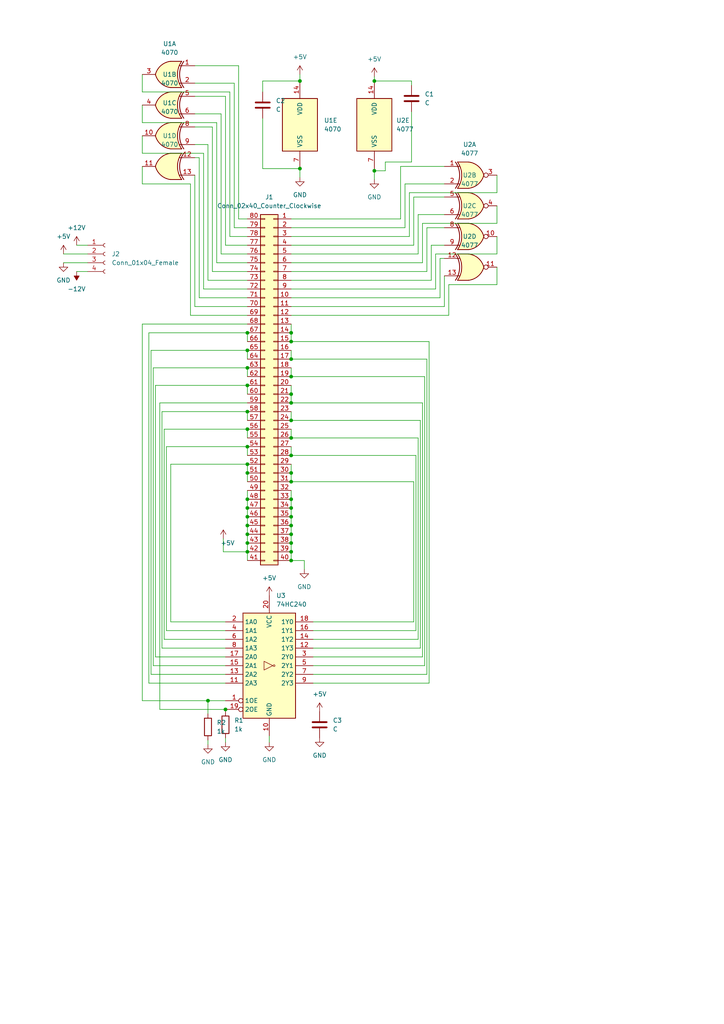
<source format=kicad_sch>
(kicad_sch (version 20211123) (generator eeschema)

  (uuid a2c5376c-86c2-47b1-9f94-88b5bf0fec0d)

  (paper "A4" portrait)

  (lib_symbols
    (symbol "4xxx:4070" (pin_names (offset 1.016)) (in_bom yes) (on_board yes)
      (property "Reference" "U" (id 0) (at 0 1.27 0)
        (effects (font (size 1.27 1.27)))
      )
      (property "Value" "4070" (id 1) (at 0 -1.27 0)
        (effects (font (size 1.27 1.27)))
      )
      (property "Footprint" "" (id 2) (at 0 0 0)
        (effects (font (size 1.27 1.27)) hide)
      )
      (property "Datasheet" "http://www.intersil.com/content/dam/Intersil/documents/cd40/cd4070bms-77bms.pdf" (id 3) (at 0 0 0)
        (effects (font (size 1.27 1.27)) hide)
      )
      (property "ki_locked" "" (id 4) (at 0 0 0)
        (effects (font (size 1.27 1.27)))
      )
      (property "ki_keywords" "CMOS XOR2" (id 5) (at 0 0 0)
        (effects (font (size 1.27 1.27)) hide)
      )
      (property "ki_description" "Quad Xor 2 inputs" (id 6) (at 0 0 0)
        (effects (font (size 1.27 1.27)) hide)
      )
      (property "ki_fp_filters" "DIP?14*" (id 7) (at 0 0 0)
        (effects (font (size 1.27 1.27)) hide)
      )
      (symbol "4070_1_0"
        (arc (start -4.4196 -3.81) (mid -3.2033 0) (end -4.4196 3.81)
          (stroke (width 0.254) (type default) (color 0 0 0 0))
          (fill (type none))
        )
        (arc (start -3.81 -3.81) (mid -2.589 0) (end -3.81 3.81)
          (stroke (width 0.254) (type default) (color 0 0 0 0))
          (fill (type none))
        )
        (arc (start -0.6096 -3.81) (mid 2.1842 -2.5851) (end 3.81 0)
          (stroke (width 0.254) (type default) (color 0 0 0 0))
          (fill (type background))
        )
        (polyline
          (pts
            (xy -3.81 -3.81)
            (xy -0.635 -3.81)
          )
          (stroke (width 0.254) (type default) (color 0 0 0 0))
          (fill (type background))
        )
        (polyline
          (pts
            (xy -3.81 3.81)
            (xy -0.635 3.81)
          )
          (stroke (width 0.254) (type default) (color 0 0 0 0))
          (fill (type background))
        )
        (polyline
          (pts
            (xy -0.635 3.81)
            (xy -3.81 3.81)
            (xy -3.81 3.81)
            (xy -3.556 3.4036)
            (xy -3.0226 2.2606)
            (xy -2.6924 1.0414)
            (xy -2.6162 -0.254)
            (xy -2.7686 -1.4986)
            (xy -3.175 -2.7178)
            (xy -3.81 -3.81)
            (xy -3.81 -3.81)
            (xy -0.635 -3.81)
          )
          (stroke (width -25.4) (type default) (color 0 0 0 0))
          (fill (type background))
        )
        (arc (start 3.81 0) (mid 2.1915 2.5936) (end -0.6096 3.81)
          (stroke (width 0.254) (type default) (color 0 0 0 0))
          (fill (type background))
        )
        (pin input line (at -7.62 2.54 0) (length 4.445)
          (name "~" (effects (font (size 1.27 1.27))))
          (number "1" (effects (font (size 1.27 1.27))))
        )
        (pin input line (at -7.62 -2.54 0) (length 4.445)
          (name "~" (effects (font (size 1.27 1.27))))
          (number "2" (effects (font (size 1.27 1.27))))
        )
        (pin output line (at 7.62 0 180) (length 3.81)
          (name "~" (effects (font (size 1.27 1.27))))
          (number "3" (effects (font (size 1.27 1.27))))
        )
      )
      (symbol "4070_1_1"
        (polyline
          (pts
            (xy -3.81 -2.54)
            (xy -3.175 -2.54)
          )
          (stroke (width 0.1524) (type default) (color 0 0 0 0))
          (fill (type none))
        )
        (polyline
          (pts
            (xy -3.81 2.54)
            (xy -3.175 2.54)
          )
          (stroke (width 0.1524) (type default) (color 0 0 0 0))
          (fill (type none))
        )
      )
      (symbol "4070_2_0"
        (arc (start -4.4196 -3.81) (mid -3.2033 0) (end -4.4196 3.81)
          (stroke (width 0.254) (type default) (color 0 0 0 0))
          (fill (type none))
        )
        (arc (start -3.81 -3.81) (mid -2.589 0) (end -3.81 3.81)
          (stroke (width 0.254) (type default) (color 0 0 0 0))
          (fill (type none))
        )
        (arc (start -0.6096 -3.81) (mid 2.1842 -2.5851) (end 3.81 0)
          (stroke (width 0.254) (type default) (color 0 0 0 0))
          (fill (type background))
        )
        (polyline
          (pts
            (xy -3.81 -3.81)
            (xy -0.635 -3.81)
          )
          (stroke (width 0.254) (type default) (color 0 0 0 0))
          (fill (type background))
        )
        (polyline
          (pts
            (xy -3.81 3.81)
            (xy -0.635 3.81)
          )
          (stroke (width 0.254) (type default) (color 0 0 0 0))
          (fill (type background))
        )
        (polyline
          (pts
            (xy -0.635 3.81)
            (xy -3.81 3.81)
            (xy -3.81 3.81)
            (xy -3.556 3.4036)
            (xy -3.0226 2.2606)
            (xy -2.6924 1.0414)
            (xy -2.6162 -0.254)
            (xy -2.7686 -1.4986)
            (xy -3.175 -2.7178)
            (xy -3.81 -3.81)
            (xy -3.81 -3.81)
            (xy -0.635 -3.81)
          )
          (stroke (width -25.4) (type default) (color 0 0 0 0))
          (fill (type background))
        )
        (arc (start 3.81 0) (mid 2.1915 2.5936) (end -0.6096 3.81)
          (stroke (width 0.254) (type default) (color 0 0 0 0))
          (fill (type background))
        )
        (pin output line (at 7.62 0 180) (length 3.81)
          (name "~" (effects (font (size 1.27 1.27))))
          (number "4" (effects (font (size 1.27 1.27))))
        )
        (pin input line (at -7.62 2.54 0) (length 4.445)
          (name "~" (effects (font (size 1.27 1.27))))
          (number "5" (effects (font (size 1.27 1.27))))
        )
        (pin input line (at -7.62 -2.54 0) (length 4.445)
          (name "~" (effects (font (size 1.27 1.27))))
          (number "6" (effects (font (size 1.27 1.27))))
        )
      )
      (symbol "4070_2_1"
        (polyline
          (pts
            (xy -3.81 -2.54)
            (xy -3.175 -2.54)
          )
          (stroke (width 0.1524) (type default) (color 0 0 0 0))
          (fill (type none))
        )
        (polyline
          (pts
            (xy -3.81 2.54)
            (xy -3.175 2.54)
          )
          (stroke (width 0.1524) (type default) (color 0 0 0 0))
          (fill (type none))
        )
      )
      (symbol "4070_3_0"
        (arc (start -4.4196 -3.81) (mid -3.2033 0) (end -4.4196 3.81)
          (stroke (width 0.254) (type default) (color 0 0 0 0))
          (fill (type none))
        )
        (arc (start -3.81 -3.81) (mid -2.589 0) (end -3.81 3.81)
          (stroke (width 0.254) (type default) (color 0 0 0 0))
          (fill (type none))
        )
        (arc (start -0.6096 -3.81) (mid 2.1842 -2.5851) (end 3.81 0)
          (stroke (width 0.254) (type default) (color 0 0 0 0))
          (fill (type background))
        )
        (polyline
          (pts
            (xy -3.81 -3.81)
            (xy -0.635 -3.81)
          )
          (stroke (width 0.254) (type default) (color 0 0 0 0))
          (fill (type background))
        )
        (polyline
          (pts
            (xy -3.81 3.81)
            (xy -0.635 3.81)
          )
          (stroke (width 0.254) (type default) (color 0 0 0 0))
          (fill (type background))
        )
        (polyline
          (pts
            (xy -0.635 3.81)
            (xy -3.81 3.81)
            (xy -3.81 3.81)
            (xy -3.556 3.4036)
            (xy -3.0226 2.2606)
            (xy -2.6924 1.0414)
            (xy -2.6162 -0.254)
            (xy -2.7686 -1.4986)
            (xy -3.175 -2.7178)
            (xy -3.81 -3.81)
            (xy -3.81 -3.81)
            (xy -0.635 -3.81)
          )
          (stroke (width -25.4) (type default) (color 0 0 0 0))
          (fill (type background))
        )
        (arc (start 3.81 0) (mid 2.1915 2.5936) (end -0.6096 3.81)
          (stroke (width 0.254) (type default) (color 0 0 0 0))
          (fill (type background))
        )
        (pin output line (at 7.62 0 180) (length 3.81)
          (name "~" (effects (font (size 1.27 1.27))))
          (number "10" (effects (font (size 1.27 1.27))))
        )
        (pin input line (at -7.62 2.54 0) (length 4.445)
          (name "~" (effects (font (size 1.27 1.27))))
          (number "8" (effects (font (size 1.27 1.27))))
        )
        (pin input line (at -7.62 -2.54 0) (length 4.445)
          (name "~" (effects (font (size 1.27 1.27))))
          (number "9" (effects (font (size 1.27 1.27))))
        )
      )
      (symbol "4070_3_1"
        (polyline
          (pts
            (xy -3.81 -2.54)
            (xy -3.175 -2.54)
          )
          (stroke (width 0.1524) (type default) (color 0 0 0 0))
          (fill (type none))
        )
        (polyline
          (pts
            (xy -3.81 2.54)
            (xy -3.175 2.54)
          )
          (stroke (width 0.1524) (type default) (color 0 0 0 0))
          (fill (type none))
        )
      )
      (symbol "4070_4_0"
        (arc (start -4.4196 -3.81) (mid -3.2033 0) (end -4.4196 3.81)
          (stroke (width 0.254) (type default) (color 0 0 0 0))
          (fill (type none))
        )
        (arc (start -3.81 -3.81) (mid -2.589 0) (end -3.81 3.81)
          (stroke (width 0.254) (type default) (color 0 0 0 0))
          (fill (type none))
        )
        (arc (start -0.6096 -3.81) (mid 2.1842 -2.5851) (end 3.81 0)
          (stroke (width 0.254) (type default) (color 0 0 0 0))
          (fill (type background))
        )
        (polyline
          (pts
            (xy -3.81 -3.81)
            (xy -0.635 -3.81)
          )
          (stroke (width 0.254) (type default) (color 0 0 0 0))
          (fill (type background))
        )
        (polyline
          (pts
            (xy -3.81 3.81)
            (xy -0.635 3.81)
          )
          (stroke (width 0.254) (type default) (color 0 0 0 0))
          (fill (type background))
        )
        (polyline
          (pts
            (xy -0.635 3.81)
            (xy -3.81 3.81)
            (xy -3.81 3.81)
            (xy -3.556 3.4036)
            (xy -3.0226 2.2606)
            (xy -2.6924 1.0414)
            (xy -2.6162 -0.254)
            (xy -2.7686 -1.4986)
            (xy -3.175 -2.7178)
            (xy -3.81 -3.81)
            (xy -3.81 -3.81)
            (xy -0.635 -3.81)
          )
          (stroke (width -25.4) (type default) (color 0 0 0 0))
          (fill (type background))
        )
        (arc (start 3.81 0) (mid 2.1915 2.5936) (end -0.6096 3.81)
          (stroke (width 0.254) (type default) (color 0 0 0 0))
          (fill (type background))
        )
        (pin output line (at 7.62 0 180) (length 3.81)
          (name "~" (effects (font (size 1.27 1.27))))
          (number "11" (effects (font (size 1.27 1.27))))
        )
        (pin input line (at -7.62 2.54 0) (length 4.445)
          (name "~" (effects (font (size 1.27 1.27))))
          (number "12" (effects (font (size 1.27 1.27))))
        )
        (pin input line (at -7.62 -2.54 0) (length 4.445)
          (name "~" (effects (font (size 1.27 1.27))))
          (number "13" (effects (font (size 1.27 1.27))))
        )
      )
      (symbol "4070_4_1"
        (polyline
          (pts
            (xy -3.81 -2.54)
            (xy -3.175 -2.54)
          )
          (stroke (width 0.1524) (type default) (color 0 0 0 0))
          (fill (type none))
        )
        (polyline
          (pts
            (xy -3.81 2.54)
            (xy -3.175 2.54)
          )
          (stroke (width 0.1524) (type default) (color 0 0 0 0))
          (fill (type none))
        )
      )
      (symbol "4070_5_0"
        (pin power_in line (at 0 12.7 270) (length 5.08)
          (name "VDD" (effects (font (size 1.27 1.27))))
          (number "14" (effects (font (size 1.27 1.27))))
        )
        (pin power_in line (at 0 -12.7 90) (length 5.08)
          (name "VSS" (effects (font (size 1.27 1.27))))
          (number "7" (effects (font (size 1.27 1.27))))
        )
      )
      (symbol "4070_5_1"
        (rectangle (start -5.08 7.62) (end 5.08 -7.62)
          (stroke (width 0.254) (type default) (color 0 0 0 0))
          (fill (type background))
        )
      )
    )
    (symbol "4xxx:4077" (pin_names (offset 1.016)) (in_bom yes) (on_board yes)
      (property "Reference" "U" (id 0) (at 0 1.27 0)
        (effects (font (size 1.27 1.27)))
      )
      (property "Value" "4077" (id 1) (at 0 -1.27 0)
        (effects (font (size 1.27 1.27)))
      )
      (property "Footprint" "" (id 2) (at 0 0 0)
        (effects (font (size 1.27 1.27)) hide)
      )
      (property "Datasheet" "http://www.intersil.com/content/dam/Intersil/documents/cd40/cd4076bms.pdf" (id 3) (at 0 0 0)
        (effects (font (size 1.27 1.27)) hide)
      )
      (property "ki_locked" "" (id 4) (at 0 0 0)
        (effects (font (size 1.27 1.27)))
      )
      (property "ki_keywords" "CMOS XOR XNOR XNOR2" (id 5) (at 0 0 0)
        (effects (font (size 1.27 1.27)) hide)
      )
      (property "ki_description" "Quad Xnor 2 inputs" (id 6) (at 0 0 0)
        (effects (font (size 1.27 1.27)) hide)
      )
      (property "ki_fp_filters" "DIP?14*" (id 7) (at 0 0 0)
        (effects (font (size 1.27 1.27)) hide)
      )
      (symbol "4077_1_0"
        (arc (start -4.4196 -3.81) (mid -3.2033 0) (end -4.4196 3.81)
          (stroke (width 0.254) (type default) (color 0 0 0 0))
          (fill (type none))
        )
        (arc (start -3.81 -3.81) (mid -2.589 0) (end -3.81 3.81)
          (stroke (width 0.254) (type default) (color 0 0 0 0))
          (fill (type none))
        )
        (arc (start -0.6096 -3.81) (mid 2.1842 -2.5851) (end 3.81 0)
          (stroke (width 0.254) (type default) (color 0 0 0 0))
          (fill (type background))
        )
        (polyline
          (pts
            (xy -3.81 -3.81)
            (xy -0.635 -3.81)
          )
          (stroke (width 0.254) (type default) (color 0 0 0 0))
          (fill (type background))
        )
        (polyline
          (pts
            (xy -3.81 3.81)
            (xy -0.635 3.81)
          )
          (stroke (width 0.254) (type default) (color 0 0 0 0))
          (fill (type background))
        )
        (polyline
          (pts
            (xy -0.635 3.81)
            (xy -3.81 3.81)
            (xy -3.81 3.81)
            (xy -3.556 3.4036)
            (xy -3.0226 2.2606)
            (xy -2.6924 1.0414)
            (xy -2.6162 -0.254)
            (xy -2.7686 -1.4986)
            (xy -3.175 -2.7178)
            (xy -3.81 -3.81)
            (xy -3.81 -3.81)
            (xy -0.635 -3.81)
          )
          (stroke (width -25.4) (type default) (color 0 0 0 0))
          (fill (type background))
        )
        (arc (start 3.81 0) (mid 2.1915 2.5936) (end -0.6096 3.81)
          (stroke (width 0.254) (type default) (color 0 0 0 0))
          (fill (type background))
        )
        (pin input line (at -7.62 2.54 0) (length 4.445)
          (name "~" (effects (font (size 1.27 1.27))))
          (number "1" (effects (font (size 1.27 1.27))))
        )
        (pin input line (at -7.62 -2.54 0) (length 4.445)
          (name "~" (effects (font (size 1.27 1.27))))
          (number "2" (effects (font (size 1.27 1.27))))
        )
        (pin output inverted (at 7.62 0 180) (length 3.81)
          (name "~" (effects (font (size 1.27 1.27))))
          (number "3" (effects (font (size 1.27 1.27))))
        )
      )
      (symbol "4077_1_1"
        (polyline
          (pts
            (xy -3.81 -2.54)
            (xy -3.175 -2.54)
          )
          (stroke (width 0.1524) (type default) (color 0 0 0 0))
          (fill (type none))
        )
        (polyline
          (pts
            (xy -3.81 2.54)
            (xy -3.175 2.54)
          )
          (stroke (width 0.1524) (type default) (color 0 0 0 0))
          (fill (type none))
        )
      )
      (symbol "4077_2_0"
        (arc (start -4.4196 -3.81) (mid -3.2033 0) (end -4.4196 3.81)
          (stroke (width 0.254) (type default) (color 0 0 0 0))
          (fill (type none))
        )
        (arc (start -3.81 -3.81) (mid -2.589 0) (end -3.81 3.81)
          (stroke (width 0.254) (type default) (color 0 0 0 0))
          (fill (type none))
        )
        (arc (start -0.6096 -3.81) (mid 2.1842 -2.5851) (end 3.81 0)
          (stroke (width 0.254) (type default) (color 0 0 0 0))
          (fill (type background))
        )
        (polyline
          (pts
            (xy -3.81 -3.81)
            (xy -0.635 -3.81)
          )
          (stroke (width 0.254) (type default) (color 0 0 0 0))
          (fill (type background))
        )
        (polyline
          (pts
            (xy -3.81 3.81)
            (xy -0.635 3.81)
          )
          (stroke (width 0.254) (type default) (color 0 0 0 0))
          (fill (type background))
        )
        (polyline
          (pts
            (xy -0.635 3.81)
            (xy -3.81 3.81)
            (xy -3.81 3.81)
            (xy -3.556 3.4036)
            (xy -3.0226 2.2606)
            (xy -2.6924 1.0414)
            (xy -2.6162 -0.254)
            (xy -2.7686 -1.4986)
            (xy -3.175 -2.7178)
            (xy -3.81 -3.81)
            (xy -3.81 -3.81)
            (xy -0.635 -3.81)
          )
          (stroke (width -25.4) (type default) (color 0 0 0 0))
          (fill (type background))
        )
        (arc (start 3.81 0) (mid 2.1915 2.5936) (end -0.6096 3.81)
          (stroke (width 0.254) (type default) (color 0 0 0 0))
          (fill (type background))
        )
        (pin output inverted (at 7.62 0 180) (length 3.81)
          (name "~" (effects (font (size 1.27 1.27))))
          (number "4" (effects (font (size 1.27 1.27))))
        )
        (pin input line (at -7.62 2.54 0) (length 4.445)
          (name "~" (effects (font (size 1.27 1.27))))
          (number "5" (effects (font (size 1.27 1.27))))
        )
        (pin input line (at -7.62 -2.54 0) (length 4.445)
          (name "~" (effects (font (size 1.27 1.27))))
          (number "6" (effects (font (size 1.27 1.27))))
        )
      )
      (symbol "4077_2_1"
        (polyline
          (pts
            (xy -3.81 -2.54)
            (xy -3.175 -2.54)
          )
          (stroke (width 0.1524) (type default) (color 0 0 0 0))
          (fill (type none))
        )
        (polyline
          (pts
            (xy -3.81 2.54)
            (xy -3.175 2.54)
          )
          (stroke (width 0.1524) (type default) (color 0 0 0 0))
          (fill (type none))
        )
      )
      (symbol "4077_3_0"
        (arc (start -4.4196 -3.81) (mid -3.2033 0) (end -4.4196 3.81)
          (stroke (width 0.254) (type default) (color 0 0 0 0))
          (fill (type none))
        )
        (arc (start -3.81 -3.81) (mid -2.589 0) (end -3.81 3.81)
          (stroke (width 0.254) (type default) (color 0 0 0 0))
          (fill (type none))
        )
        (arc (start -0.6096 -3.81) (mid 2.1842 -2.5851) (end 3.81 0)
          (stroke (width 0.254) (type default) (color 0 0 0 0))
          (fill (type background))
        )
        (polyline
          (pts
            (xy -3.81 -3.81)
            (xy -0.635 -3.81)
          )
          (stroke (width 0.254) (type default) (color 0 0 0 0))
          (fill (type background))
        )
        (polyline
          (pts
            (xy -3.81 3.81)
            (xy -0.635 3.81)
          )
          (stroke (width 0.254) (type default) (color 0 0 0 0))
          (fill (type background))
        )
        (polyline
          (pts
            (xy -0.635 3.81)
            (xy -3.81 3.81)
            (xy -3.81 3.81)
            (xy -3.556 3.4036)
            (xy -3.0226 2.2606)
            (xy -2.6924 1.0414)
            (xy -2.6162 -0.254)
            (xy -2.7686 -1.4986)
            (xy -3.175 -2.7178)
            (xy -3.81 -3.81)
            (xy -3.81 -3.81)
            (xy -0.635 -3.81)
          )
          (stroke (width -25.4) (type default) (color 0 0 0 0))
          (fill (type background))
        )
        (arc (start 3.81 0) (mid 2.1915 2.5936) (end -0.6096 3.81)
          (stroke (width 0.254) (type default) (color 0 0 0 0))
          (fill (type background))
        )
        (pin output inverted (at 7.62 0 180) (length 3.81)
          (name "~" (effects (font (size 1.27 1.27))))
          (number "10" (effects (font (size 1.27 1.27))))
        )
        (pin input line (at -7.62 2.54 0) (length 4.445)
          (name "~" (effects (font (size 1.27 1.27))))
          (number "8" (effects (font (size 1.27 1.27))))
        )
        (pin input line (at -7.62 -2.54 0) (length 4.445)
          (name "~" (effects (font (size 1.27 1.27))))
          (number "9" (effects (font (size 1.27 1.27))))
        )
      )
      (symbol "4077_3_1"
        (polyline
          (pts
            (xy -3.81 -2.54)
            (xy -3.175 -2.54)
          )
          (stroke (width 0.1524) (type default) (color 0 0 0 0))
          (fill (type none))
        )
        (polyline
          (pts
            (xy -3.81 2.54)
            (xy -3.175 2.54)
          )
          (stroke (width 0.1524) (type default) (color 0 0 0 0))
          (fill (type none))
        )
      )
      (symbol "4077_4_0"
        (arc (start -4.4196 -3.81) (mid -3.2033 0) (end -4.4196 3.81)
          (stroke (width 0.254) (type default) (color 0 0 0 0))
          (fill (type none))
        )
        (arc (start -3.81 -3.81) (mid -2.589 0) (end -3.81 3.81)
          (stroke (width 0.254) (type default) (color 0 0 0 0))
          (fill (type none))
        )
        (arc (start -0.6096 -3.81) (mid 2.1842 -2.5851) (end 3.81 0)
          (stroke (width 0.254) (type default) (color 0 0 0 0))
          (fill (type background))
        )
        (polyline
          (pts
            (xy -3.81 -3.81)
            (xy -0.635 -3.81)
          )
          (stroke (width 0.254) (type default) (color 0 0 0 0))
          (fill (type background))
        )
        (polyline
          (pts
            (xy -3.81 3.81)
            (xy -0.635 3.81)
          )
          (stroke (width 0.254) (type default) (color 0 0 0 0))
          (fill (type background))
        )
        (polyline
          (pts
            (xy -0.635 3.81)
            (xy -3.81 3.81)
            (xy -3.81 3.81)
            (xy -3.556 3.4036)
            (xy -3.0226 2.2606)
            (xy -2.6924 1.0414)
            (xy -2.6162 -0.254)
            (xy -2.7686 -1.4986)
            (xy -3.175 -2.7178)
            (xy -3.81 -3.81)
            (xy -3.81 -3.81)
            (xy -0.635 -3.81)
          )
          (stroke (width -25.4) (type default) (color 0 0 0 0))
          (fill (type background))
        )
        (arc (start 3.81 0) (mid 2.1915 2.5936) (end -0.6096 3.81)
          (stroke (width 0.254) (type default) (color 0 0 0 0))
          (fill (type background))
        )
        (pin output inverted (at 7.62 0 180) (length 3.81)
          (name "~" (effects (font (size 1.27 1.27))))
          (number "11" (effects (font (size 1.27 1.27))))
        )
        (pin input line (at -7.62 2.54 0) (length 4.445)
          (name "~" (effects (font (size 1.27 1.27))))
          (number "12" (effects (font (size 1.27 1.27))))
        )
        (pin input line (at -7.62 -2.54 0) (length 4.445)
          (name "~" (effects (font (size 1.27 1.27))))
          (number "13" (effects (font (size 1.27 1.27))))
        )
      )
      (symbol "4077_4_1"
        (polyline
          (pts
            (xy -3.81 -2.54)
            (xy -3.175 -2.54)
          )
          (stroke (width 0.1524) (type default) (color 0 0 0 0))
          (fill (type none))
        )
        (polyline
          (pts
            (xy -3.81 2.54)
            (xy -3.175 2.54)
          )
          (stroke (width 0.1524) (type default) (color 0 0 0 0))
          (fill (type none))
        )
      )
      (symbol "4077_5_0"
        (pin power_in line (at 0 12.7 270) (length 5.08)
          (name "VDD" (effects (font (size 1.27 1.27))))
          (number "14" (effects (font (size 1.27 1.27))))
        )
        (pin power_in line (at 0 -12.7 90) (length 5.08)
          (name "VSS" (effects (font (size 1.27 1.27))))
          (number "7" (effects (font (size 1.27 1.27))))
        )
      )
      (symbol "4077_5_1"
        (rectangle (start -5.08 7.62) (end 5.08 -7.62)
          (stroke (width 0.254) (type default) (color 0 0 0 0))
          (fill (type background))
        )
      )
    )
    (symbol "74xx:74HC240" (in_bom yes) (on_board yes)
      (property "Reference" "U" (id 0) (at -7.62 16.51 0)
        (effects (font (size 1.27 1.27)))
      )
      (property "Value" "74HC240" (id 1) (at -7.62 -16.51 0)
        (effects (font (size 1.27 1.27)))
      )
      (property "Footprint" "" (id 2) (at 0 0 0)
        (effects (font (size 1.27 1.27)) hide)
      )
      (property "Datasheet" "https://assets.nexperia.com/documents/data-sheet/74HC_HCT240.pdf" (id 3) (at 0 0 0)
        (effects (font (size 1.27 1.27)) hide)
      )
      (property "ki_keywords" "HCMOS BUFFER 3State inv" (id 4) (at 0 0 0)
        (effects (font (size 1.27 1.27)) hide)
      )
      (property "ki_description" "8-bit Buffer/Line Driver 3-state Inverting" (id 5) (at 0 0 0)
        (effects (font (size 1.27 1.27)) hide)
      )
      (property "ki_fp_filters" "DIP*W7.62mm* SOIC*7.5x12.8mm*P1.27mm* TSSOP*4.4x6.5mm*P0.65mm* SSOP*4.4x6.5mm*P0.65mm*" (id 6) (at 0 0 0)
        (effects (font (size 1.27 1.27)) hide)
      )
      (symbol "74HC240_1_0"
        (polyline
          (pts
            (xy 1.016 0)
            (xy -1.524 1.27)
            (xy -1.524 -1.27)
            (xy 1.016 0)
          )
          (stroke (width 0.1524) (type default) (color 0 0 0 0))
          (fill (type none))
        )
        (circle (center 1.397 0) (radius 0.254)
          (stroke (width 0.1524) (type default) (color 0 0 0 0))
          (fill (type none))
        )
        (pin input inverted (at -12.7 -10.16 0) (length 5.08)
          (name "1OE" (effects (font (size 1.27 1.27))))
          (number "1" (effects (font (size 1.27 1.27))))
        )
        (pin power_in line (at 0 -20.32 90) (length 5.08)
          (name "GND" (effects (font (size 1.27 1.27))))
          (number "10" (effects (font (size 1.27 1.27))))
        )
        (pin input line (at -12.7 -5.08 0) (length 5.08)
          (name "2A3" (effects (font (size 1.27 1.27))))
          (number "11" (effects (font (size 1.27 1.27))))
        )
        (pin tri_state line (at 12.7 5.08 180) (length 5.08)
          (name "1Y3" (effects (font (size 1.27 1.27))))
          (number "12" (effects (font (size 1.27 1.27))))
        )
        (pin input line (at -12.7 -2.54 0) (length 5.08)
          (name "2A2" (effects (font (size 1.27 1.27))))
          (number "13" (effects (font (size 1.27 1.27))))
        )
        (pin tri_state line (at 12.7 7.62 180) (length 5.08)
          (name "1Y2" (effects (font (size 1.27 1.27))))
          (number "14" (effects (font (size 1.27 1.27))))
        )
        (pin input line (at -12.7 0 0) (length 5.08)
          (name "2A1" (effects (font (size 1.27 1.27))))
          (number "15" (effects (font (size 1.27 1.27))))
        )
        (pin tri_state line (at 12.7 10.16 180) (length 5.08)
          (name "1Y1" (effects (font (size 1.27 1.27))))
          (number "16" (effects (font (size 1.27 1.27))))
        )
        (pin input line (at -12.7 2.54 0) (length 5.08)
          (name "2A0" (effects (font (size 1.27 1.27))))
          (number "17" (effects (font (size 1.27 1.27))))
        )
        (pin tri_state line (at 12.7 12.7 180) (length 5.08)
          (name "1Y0" (effects (font (size 1.27 1.27))))
          (number "18" (effects (font (size 1.27 1.27))))
        )
        (pin input inverted (at -12.7 -12.7 0) (length 5.08)
          (name "2OE" (effects (font (size 1.27 1.27))))
          (number "19" (effects (font (size 1.27 1.27))))
        )
        (pin input line (at -12.7 12.7 0) (length 5.08)
          (name "1A0" (effects (font (size 1.27 1.27))))
          (number "2" (effects (font (size 1.27 1.27))))
        )
        (pin power_in line (at 0 20.32 270) (length 5.08)
          (name "VCC" (effects (font (size 1.27 1.27))))
          (number "20" (effects (font (size 1.27 1.27))))
        )
        (pin tri_state line (at 12.7 2.54 180) (length 5.08)
          (name "2Y0" (effects (font (size 1.27 1.27))))
          (number "3" (effects (font (size 1.27 1.27))))
        )
        (pin input line (at -12.7 10.16 0) (length 5.08)
          (name "1A1" (effects (font (size 1.27 1.27))))
          (number "4" (effects (font (size 1.27 1.27))))
        )
        (pin tri_state line (at 12.7 0 180) (length 5.08)
          (name "2Y1" (effects (font (size 1.27 1.27))))
          (number "5" (effects (font (size 1.27 1.27))))
        )
        (pin input line (at -12.7 7.62 0) (length 5.08)
          (name "1A2" (effects (font (size 1.27 1.27))))
          (number "6" (effects (font (size 1.27 1.27))))
        )
        (pin tri_state line (at 12.7 -2.54 180) (length 5.08)
          (name "2Y2" (effects (font (size 1.27 1.27))))
          (number "7" (effects (font (size 1.27 1.27))))
        )
        (pin input line (at -12.7 5.08 0) (length 5.08)
          (name "1A3" (effects (font (size 1.27 1.27))))
          (number "8" (effects (font (size 1.27 1.27))))
        )
        (pin tri_state line (at 12.7 -5.08 180) (length 5.08)
          (name "2Y3" (effects (font (size 1.27 1.27))))
          (number "9" (effects (font (size 1.27 1.27))))
        )
      )
      (symbol "74HC240_1_1"
        (rectangle (start -7.62 15.24) (end 7.62 -15.24)
          (stroke (width 0.254) (type default) (color 0 0 0 0))
          (fill (type background))
        )
      )
    )
    (symbol "Connector:Conn_01x04_Female" (pin_names (offset 1.016) hide) (in_bom yes) (on_board yes)
      (property "Reference" "J" (id 0) (at 0 5.08 0)
        (effects (font (size 1.27 1.27)))
      )
      (property "Value" "Conn_01x04_Female" (id 1) (at 0 -7.62 0)
        (effects (font (size 1.27 1.27)))
      )
      (property "Footprint" "" (id 2) (at 0 0 0)
        (effects (font (size 1.27 1.27)) hide)
      )
      (property "Datasheet" "~" (id 3) (at 0 0 0)
        (effects (font (size 1.27 1.27)) hide)
      )
      (property "ki_keywords" "connector" (id 4) (at 0 0 0)
        (effects (font (size 1.27 1.27)) hide)
      )
      (property "ki_description" "Generic connector, single row, 01x04, script generated (kicad-library-utils/schlib/autogen/connector/)" (id 5) (at 0 0 0)
        (effects (font (size 1.27 1.27)) hide)
      )
      (property "ki_fp_filters" "Connector*:*_1x??_*" (id 6) (at 0 0 0)
        (effects (font (size 1.27 1.27)) hide)
      )
      (symbol "Conn_01x04_Female_1_1"
        (arc (start 0 -4.572) (mid -0.508 -5.08) (end 0 -5.588)
          (stroke (width 0.1524) (type default) (color 0 0 0 0))
          (fill (type none))
        )
        (arc (start 0 -2.032) (mid -0.508 -2.54) (end 0 -3.048)
          (stroke (width 0.1524) (type default) (color 0 0 0 0))
          (fill (type none))
        )
        (polyline
          (pts
            (xy -1.27 -5.08)
            (xy -0.508 -5.08)
          )
          (stroke (width 0.1524) (type default) (color 0 0 0 0))
          (fill (type none))
        )
        (polyline
          (pts
            (xy -1.27 -2.54)
            (xy -0.508 -2.54)
          )
          (stroke (width 0.1524) (type default) (color 0 0 0 0))
          (fill (type none))
        )
        (polyline
          (pts
            (xy -1.27 0)
            (xy -0.508 0)
          )
          (stroke (width 0.1524) (type default) (color 0 0 0 0))
          (fill (type none))
        )
        (polyline
          (pts
            (xy -1.27 2.54)
            (xy -0.508 2.54)
          )
          (stroke (width 0.1524) (type default) (color 0 0 0 0))
          (fill (type none))
        )
        (arc (start 0 0.508) (mid -0.508 0) (end 0 -0.508)
          (stroke (width 0.1524) (type default) (color 0 0 0 0))
          (fill (type none))
        )
        (arc (start 0 3.048) (mid -0.508 2.54) (end 0 2.032)
          (stroke (width 0.1524) (type default) (color 0 0 0 0))
          (fill (type none))
        )
        (pin passive line (at -5.08 2.54 0) (length 3.81)
          (name "Pin_1" (effects (font (size 1.27 1.27))))
          (number "1" (effects (font (size 1.27 1.27))))
        )
        (pin passive line (at -5.08 0 0) (length 3.81)
          (name "Pin_2" (effects (font (size 1.27 1.27))))
          (number "2" (effects (font (size 1.27 1.27))))
        )
        (pin passive line (at -5.08 -2.54 0) (length 3.81)
          (name "Pin_3" (effects (font (size 1.27 1.27))))
          (number "3" (effects (font (size 1.27 1.27))))
        )
        (pin passive line (at -5.08 -5.08 0) (length 3.81)
          (name "Pin_4" (effects (font (size 1.27 1.27))))
          (number "4" (effects (font (size 1.27 1.27))))
        )
      )
    )
    (symbol "Connector_Generic:Conn_02x40_Counter_Clockwise" (pin_names (offset 1.016) hide) (in_bom yes) (on_board yes)
      (property "Reference" "J" (id 0) (at 1.27 50.8 0)
        (effects (font (size 1.27 1.27)))
      )
      (property "Value" "Conn_02x40_Counter_Clockwise" (id 1) (at 1.27 -53.34 0)
        (effects (font (size 1.27 1.27)))
      )
      (property "Footprint" "" (id 2) (at 0 0 0)
        (effects (font (size 1.27 1.27)) hide)
      )
      (property "Datasheet" "~" (id 3) (at 0 0 0)
        (effects (font (size 1.27 1.27)) hide)
      )
      (property "ki_keywords" "connector" (id 4) (at 0 0 0)
        (effects (font (size 1.27 1.27)) hide)
      )
      (property "ki_description" "Generic connector, double row, 02x40, counter clockwise pin numbering scheme (similar to DIP packge numbering), script generated (kicad-library-utils/schlib/autogen/connector/)" (id 5) (at 0 0 0)
        (effects (font (size 1.27 1.27)) hide)
      )
      (property "ki_fp_filters" "Connector*:*_2x??_*" (id 6) (at 0 0 0)
        (effects (font (size 1.27 1.27)) hide)
      )
      (symbol "Conn_02x40_Counter_Clockwise_1_1"
        (rectangle (start -1.27 -50.673) (end 0 -50.927)
          (stroke (width 0.1524) (type default) (color 0 0 0 0))
          (fill (type none))
        )
        (rectangle (start -1.27 -48.133) (end 0 -48.387)
          (stroke (width 0.1524) (type default) (color 0 0 0 0))
          (fill (type none))
        )
        (rectangle (start -1.27 -45.593) (end 0 -45.847)
          (stroke (width 0.1524) (type default) (color 0 0 0 0))
          (fill (type none))
        )
        (rectangle (start -1.27 -43.053) (end 0 -43.307)
          (stroke (width 0.1524) (type default) (color 0 0 0 0))
          (fill (type none))
        )
        (rectangle (start -1.27 -40.513) (end 0 -40.767)
          (stroke (width 0.1524) (type default) (color 0 0 0 0))
          (fill (type none))
        )
        (rectangle (start -1.27 -37.973) (end 0 -38.227)
          (stroke (width 0.1524) (type default) (color 0 0 0 0))
          (fill (type none))
        )
        (rectangle (start -1.27 -35.433) (end 0 -35.687)
          (stroke (width 0.1524) (type default) (color 0 0 0 0))
          (fill (type none))
        )
        (rectangle (start -1.27 -32.893) (end 0 -33.147)
          (stroke (width 0.1524) (type default) (color 0 0 0 0))
          (fill (type none))
        )
        (rectangle (start -1.27 -30.353) (end 0 -30.607)
          (stroke (width 0.1524) (type default) (color 0 0 0 0))
          (fill (type none))
        )
        (rectangle (start -1.27 -27.813) (end 0 -28.067)
          (stroke (width 0.1524) (type default) (color 0 0 0 0))
          (fill (type none))
        )
        (rectangle (start -1.27 -25.273) (end 0 -25.527)
          (stroke (width 0.1524) (type default) (color 0 0 0 0))
          (fill (type none))
        )
        (rectangle (start -1.27 -22.733) (end 0 -22.987)
          (stroke (width 0.1524) (type default) (color 0 0 0 0))
          (fill (type none))
        )
        (rectangle (start -1.27 -20.193) (end 0 -20.447)
          (stroke (width 0.1524) (type default) (color 0 0 0 0))
          (fill (type none))
        )
        (rectangle (start -1.27 -17.653) (end 0 -17.907)
          (stroke (width 0.1524) (type default) (color 0 0 0 0))
          (fill (type none))
        )
        (rectangle (start -1.27 -15.113) (end 0 -15.367)
          (stroke (width 0.1524) (type default) (color 0 0 0 0))
          (fill (type none))
        )
        (rectangle (start -1.27 -12.573) (end 0 -12.827)
          (stroke (width 0.1524) (type default) (color 0 0 0 0))
          (fill (type none))
        )
        (rectangle (start -1.27 -10.033) (end 0 -10.287)
          (stroke (width 0.1524) (type default) (color 0 0 0 0))
          (fill (type none))
        )
        (rectangle (start -1.27 -7.493) (end 0 -7.747)
          (stroke (width 0.1524) (type default) (color 0 0 0 0))
          (fill (type none))
        )
        (rectangle (start -1.27 -4.953) (end 0 -5.207)
          (stroke (width 0.1524) (type default) (color 0 0 0 0))
          (fill (type none))
        )
        (rectangle (start -1.27 -2.413) (end 0 -2.667)
          (stroke (width 0.1524) (type default) (color 0 0 0 0))
          (fill (type none))
        )
        (rectangle (start -1.27 0.127) (end 0 -0.127)
          (stroke (width 0.1524) (type default) (color 0 0 0 0))
          (fill (type none))
        )
        (rectangle (start -1.27 2.667) (end 0 2.413)
          (stroke (width 0.1524) (type default) (color 0 0 0 0))
          (fill (type none))
        )
        (rectangle (start -1.27 5.207) (end 0 4.953)
          (stroke (width 0.1524) (type default) (color 0 0 0 0))
          (fill (type none))
        )
        (rectangle (start -1.27 7.747) (end 0 7.493)
          (stroke (width 0.1524) (type default) (color 0 0 0 0))
          (fill (type none))
        )
        (rectangle (start -1.27 10.287) (end 0 10.033)
          (stroke (width 0.1524) (type default) (color 0 0 0 0))
          (fill (type none))
        )
        (rectangle (start -1.27 12.827) (end 0 12.573)
          (stroke (width 0.1524) (type default) (color 0 0 0 0))
          (fill (type none))
        )
        (rectangle (start -1.27 15.367) (end 0 15.113)
          (stroke (width 0.1524) (type default) (color 0 0 0 0))
          (fill (type none))
        )
        (rectangle (start -1.27 17.907) (end 0 17.653)
          (stroke (width 0.1524) (type default) (color 0 0 0 0))
          (fill (type none))
        )
        (rectangle (start -1.27 20.447) (end 0 20.193)
          (stroke (width 0.1524) (type default) (color 0 0 0 0))
          (fill (type none))
        )
        (rectangle (start -1.27 22.987) (end 0 22.733)
          (stroke (width 0.1524) (type default) (color 0 0 0 0))
          (fill (type none))
        )
        (rectangle (start -1.27 25.527) (end 0 25.273)
          (stroke (width 0.1524) (type default) (color 0 0 0 0))
          (fill (type none))
        )
        (rectangle (start -1.27 28.067) (end 0 27.813)
          (stroke (width 0.1524) (type default) (color 0 0 0 0))
          (fill (type none))
        )
        (rectangle (start -1.27 30.607) (end 0 30.353)
          (stroke (width 0.1524) (type default) (color 0 0 0 0))
          (fill (type none))
        )
        (rectangle (start -1.27 33.147) (end 0 32.893)
          (stroke (width 0.1524) (type default) (color 0 0 0 0))
          (fill (type none))
        )
        (rectangle (start -1.27 35.687) (end 0 35.433)
          (stroke (width 0.1524) (type default) (color 0 0 0 0))
          (fill (type none))
        )
        (rectangle (start -1.27 38.227) (end 0 37.973)
          (stroke (width 0.1524) (type default) (color 0 0 0 0))
          (fill (type none))
        )
        (rectangle (start -1.27 40.767) (end 0 40.513)
          (stroke (width 0.1524) (type default) (color 0 0 0 0))
          (fill (type none))
        )
        (rectangle (start -1.27 43.307) (end 0 43.053)
          (stroke (width 0.1524) (type default) (color 0 0 0 0))
          (fill (type none))
        )
        (rectangle (start -1.27 45.847) (end 0 45.593)
          (stroke (width 0.1524) (type default) (color 0 0 0 0))
          (fill (type none))
        )
        (rectangle (start -1.27 48.387) (end 0 48.133)
          (stroke (width 0.1524) (type default) (color 0 0 0 0))
          (fill (type none))
        )
        (rectangle (start -1.27 49.53) (end 3.81 -52.07)
          (stroke (width 0.254) (type default) (color 0 0 0 0))
          (fill (type background))
        )
        (rectangle (start 3.81 -50.673) (end 2.54 -50.927)
          (stroke (width 0.1524) (type default) (color 0 0 0 0))
          (fill (type none))
        )
        (rectangle (start 3.81 -48.133) (end 2.54 -48.387)
          (stroke (width 0.1524) (type default) (color 0 0 0 0))
          (fill (type none))
        )
        (rectangle (start 3.81 -45.593) (end 2.54 -45.847)
          (stroke (width 0.1524) (type default) (color 0 0 0 0))
          (fill (type none))
        )
        (rectangle (start 3.81 -43.053) (end 2.54 -43.307)
          (stroke (width 0.1524) (type default) (color 0 0 0 0))
          (fill (type none))
        )
        (rectangle (start 3.81 -40.513) (end 2.54 -40.767)
          (stroke (width 0.1524) (type default) (color 0 0 0 0))
          (fill (type none))
        )
        (rectangle (start 3.81 -37.973) (end 2.54 -38.227)
          (stroke (width 0.1524) (type default) (color 0 0 0 0))
          (fill (type none))
        )
        (rectangle (start 3.81 -35.433) (end 2.54 -35.687)
          (stroke (width 0.1524) (type default) (color 0 0 0 0))
          (fill (type none))
        )
        (rectangle (start 3.81 -32.893) (end 2.54 -33.147)
          (stroke (width 0.1524) (type default) (color 0 0 0 0))
          (fill (type none))
        )
        (rectangle (start 3.81 -30.353) (end 2.54 -30.607)
          (stroke (width 0.1524) (type default) (color 0 0 0 0))
          (fill (type none))
        )
        (rectangle (start 3.81 -27.813) (end 2.54 -28.067)
          (stroke (width 0.1524) (type default) (color 0 0 0 0))
          (fill (type none))
        )
        (rectangle (start 3.81 -25.273) (end 2.54 -25.527)
          (stroke (width 0.1524) (type default) (color 0 0 0 0))
          (fill (type none))
        )
        (rectangle (start 3.81 -22.733) (end 2.54 -22.987)
          (stroke (width 0.1524) (type default) (color 0 0 0 0))
          (fill (type none))
        )
        (rectangle (start 3.81 -20.193) (end 2.54 -20.447)
          (stroke (width 0.1524) (type default) (color 0 0 0 0))
          (fill (type none))
        )
        (rectangle (start 3.81 -17.653) (end 2.54 -17.907)
          (stroke (width 0.1524) (type default) (color 0 0 0 0))
          (fill (type none))
        )
        (rectangle (start 3.81 -15.113) (end 2.54 -15.367)
          (stroke (width 0.1524) (type default) (color 0 0 0 0))
          (fill (type none))
        )
        (rectangle (start 3.81 -12.573) (end 2.54 -12.827)
          (stroke (width 0.1524) (type default) (color 0 0 0 0))
          (fill (type none))
        )
        (rectangle (start 3.81 -10.033) (end 2.54 -10.287)
          (stroke (width 0.1524) (type default) (color 0 0 0 0))
          (fill (type none))
        )
        (rectangle (start 3.81 -7.493) (end 2.54 -7.747)
          (stroke (width 0.1524) (type default) (color 0 0 0 0))
          (fill (type none))
        )
        (rectangle (start 3.81 -4.953) (end 2.54 -5.207)
          (stroke (width 0.1524) (type default) (color 0 0 0 0))
          (fill (type none))
        )
        (rectangle (start 3.81 -2.413) (end 2.54 -2.667)
          (stroke (width 0.1524) (type default) (color 0 0 0 0))
          (fill (type none))
        )
        (rectangle (start 3.81 0.127) (end 2.54 -0.127)
          (stroke (width 0.1524) (type default) (color 0 0 0 0))
          (fill (type none))
        )
        (rectangle (start 3.81 2.667) (end 2.54 2.413)
          (stroke (width 0.1524) (type default) (color 0 0 0 0))
          (fill (type none))
        )
        (rectangle (start 3.81 5.207) (end 2.54 4.953)
          (stroke (width 0.1524) (type default) (color 0 0 0 0))
          (fill (type none))
        )
        (rectangle (start 3.81 7.747) (end 2.54 7.493)
          (stroke (width 0.1524) (type default) (color 0 0 0 0))
          (fill (type none))
        )
        (rectangle (start 3.81 10.287) (end 2.54 10.033)
          (stroke (width 0.1524) (type default) (color 0 0 0 0))
          (fill (type none))
        )
        (rectangle (start 3.81 12.827) (end 2.54 12.573)
          (stroke (width 0.1524) (type default) (color 0 0 0 0))
          (fill (type none))
        )
        (rectangle (start 3.81 15.367) (end 2.54 15.113)
          (stroke (width 0.1524) (type default) (color 0 0 0 0))
          (fill (type none))
        )
        (rectangle (start 3.81 17.907) (end 2.54 17.653)
          (stroke (width 0.1524) (type default) (color 0 0 0 0))
          (fill (type none))
        )
        (rectangle (start 3.81 20.447) (end 2.54 20.193)
          (stroke (width 0.1524) (type default) (color 0 0 0 0))
          (fill (type none))
        )
        (rectangle (start 3.81 22.987) (end 2.54 22.733)
          (stroke (width 0.1524) (type default) (color 0 0 0 0))
          (fill (type none))
        )
        (rectangle (start 3.81 25.527) (end 2.54 25.273)
          (stroke (width 0.1524) (type default) (color 0 0 0 0))
          (fill (type none))
        )
        (rectangle (start 3.81 28.067) (end 2.54 27.813)
          (stroke (width 0.1524) (type default) (color 0 0 0 0))
          (fill (type none))
        )
        (rectangle (start 3.81 30.607) (end 2.54 30.353)
          (stroke (width 0.1524) (type default) (color 0 0 0 0))
          (fill (type none))
        )
        (rectangle (start 3.81 33.147) (end 2.54 32.893)
          (stroke (width 0.1524) (type default) (color 0 0 0 0))
          (fill (type none))
        )
        (rectangle (start 3.81 35.687) (end 2.54 35.433)
          (stroke (width 0.1524) (type default) (color 0 0 0 0))
          (fill (type none))
        )
        (rectangle (start 3.81 38.227) (end 2.54 37.973)
          (stroke (width 0.1524) (type default) (color 0 0 0 0))
          (fill (type none))
        )
        (rectangle (start 3.81 40.767) (end 2.54 40.513)
          (stroke (width 0.1524) (type default) (color 0 0 0 0))
          (fill (type none))
        )
        (rectangle (start 3.81 43.307) (end 2.54 43.053)
          (stroke (width 0.1524) (type default) (color 0 0 0 0))
          (fill (type none))
        )
        (rectangle (start 3.81 45.847) (end 2.54 45.593)
          (stroke (width 0.1524) (type default) (color 0 0 0 0))
          (fill (type none))
        )
        (rectangle (start 3.81 48.387) (end 2.54 48.133)
          (stroke (width 0.1524) (type default) (color 0 0 0 0))
          (fill (type none))
        )
        (pin passive line (at -5.08 48.26 0) (length 3.81)
          (name "Pin_1" (effects (font (size 1.27 1.27))))
          (number "1" (effects (font (size 1.27 1.27))))
        )
        (pin passive line (at -5.08 25.4 0) (length 3.81)
          (name "Pin_10" (effects (font (size 1.27 1.27))))
          (number "10" (effects (font (size 1.27 1.27))))
        )
        (pin passive line (at -5.08 22.86 0) (length 3.81)
          (name "Pin_11" (effects (font (size 1.27 1.27))))
          (number "11" (effects (font (size 1.27 1.27))))
        )
        (pin passive line (at -5.08 20.32 0) (length 3.81)
          (name "Pin_12" (effects (font (size 1.27 1.27))))
          (number "12" (effects (font (size 1.27 1.27))))
        )
        (pin passive line (at -5.08 17.78 0) (length 3.81)
          (name "Pin_13" (effects (font (size 1.27 1.27))))
          (number "13" (effects (font (size 1.27 1.27))))
        )
        (pin passive line (at -5.08 15.24 0) (length 3.81)
          (name "Pin_14" (effects (font (size 1.27 1.27))))
          (number "14" (effects (font (size 1.27 1.27))))
        )
        (pin passive line (at -5.08 12.7 0) (length 3.81)
          (name "Pin_15" (effects (font (size 1.27 1.27))))
          (number "15" (effects (font (size 1.27 1.27))))
        )
        (pin passive line (at -5.08 10.16 0) (length 3.81)
          (name "Pin_16" (effects (font (size 1.27 1.27))))
          (number "16" (effects (font (size 1.27 1.27))))
        )
        (pin passive line (at -5.08 7.62 0) (length 3.81)
          (name "Pin_17" (effects (font (size 1.27 1.27))))
          (number "17" (effects (font (size 1.27 1.27))))
        )
        (pin passive line (at -5.08 5.08 0) (length 3.81)
          (name "Pin_18" (effects (font (size 1.27 1.27))))
          (number "18" (effects (font (size 1.27 1.27))))
        )
        (pin passive line (at -5.08 2.54 0) (length 3.81)
          (name "Pin_19" (effects (font (size 1.27 1.27))))
          (number "19" (effects (font (size 1.27 1.27))))
        )
        (pin passive line (at -5.08 45.72 0) (length 3.81)
          (name "Pin_2" (effects (font (size 1.27 1.27))))
          (number "2" (effects (font (size 1.27 1.27))))
        )
        (pin passive line (at -5.08 0 0) (length 3.81)
          (name "Pin_20" (effects (font (size 1.27 1.27))))
          (number "20" (effects (font (size 1.27 1.27))))
        )
        (pin passive line (at -5.08 -2.54 0) (length 3.81)
          (name "Pin_21" (effects (font (size 1.27 1.27))))
          (number "21" (effects (font (size 1.27 1.27))))
        )
        (pin passive line (at -5.08 -5.08 0) (length 3.81)
          (name "Pin_22" (effects (font (size 1.27 1.27))))
          (number "22" (effects (font (size 1.27 1.27))))
        )
        (pin passive line (at -5.08 -7.62 0) (length 3.81)
          (name "Pin_23" (effects (font (size 1.27 1.27))))
          (number "23" (effects (font (size 1.27 1.27))))
        )
        (pin passive line (at -5.08 -10.16 0) (length 3.81)
          (name "Pin_24" (effects (font (size 1.27 1.27))))
          (number "24" (effects (font (size 1.27 1.27))))
        )
        (pin passive line (at -5.08 -12.7 0) (length 3.81)
          (name "Pin_25" (effects (font (size 1.27 1.27))))
          (number "25" (effects (font (size 1.27 1.27))))
        )
        (pin passive line (at -5.08 -15.24 0) (length 3.81)
          (name "Pin_26" (effects (font (size 1.27 1.27))))
          (number "26" (effects (font (size 1.27 1.27))))
        )
        (pin passive line (at -5.08 -17.78 0) (length 3.81)
          (name "Pin_27" (effects (font (size 1.27 1.27))))
          (number "27" (effects (font (size 1.27 1.27))))
        )
        (pin passive line (at -5.08 -20.32 0) (length 3.81)
          (name "Pin_28" (effects (font (size 1.27 1.27))))
          (number "28" (effects (font (size 1.27 1.27))))
        )
        (pin passive line (at -5.08 -22.86 0) (length 3.81)
          (name "Pin_29" (effects (font (size 1.27 1.27))))
          (number "29" (effects (font (size 1.27 1.27))))
        )
        (pin passive line (at -5.08 43.18 0) (length 3.81)
          (name "Pin_3" (effects (font (size 1.27 1.27))))
          (number "3" (effects (font (size 1.27 1.27))))
        )
        (pin passive line (at -5.08 -25.4 0) (length 3.81)
          (name "Pin_30" (effects (font (size 1.27 1.27))))
          (number "30" (effects (font (size 1.27 1.27))))
        )
        (pin passive line (at -5.08 -27.94 0) (length 3.81)
          (name "Pin_31" (effects (font (size 1.27 1.27))))
          (number "31" (effects (font (size 1.27 1.27))))
        )
        (pin passive line (at -5.08 -30.48 0) (length 3.81)
          (name "Pin_32" (effects (font (size 1.27 1.27))))
          (number "32" (effects (font (size 1.27 1.27))))
        )
        (pin passive line (at -5.08 -33.02 0) (length 3.81)
          (name "Pin_33" (effects (font (size 1.27 1.27))))
          (number "33" (effects (font (size 1.27 1.27))))
        )
        (pin passive line (at -5.08 -35.56 0) (length 3.81)
          (name "Pin_34" (effects (font (size 1.27 1.27))))
          (number "34" (effects (font (size 1.27 1.27))))
        )
        (pin passive line (at -5.08 -38.1 0) (length 3.81)
          (name "Pin_35" (effects (font (size 1.27 1.27))))
          (number "35" (effects (font (size 1.27 1.27))))
        )
        (pin passive line (at -5.08 -40.64 0) (length 3.81)
          (name "Pin_36" (effects (font (size 1.27 1.27))))
          (number "36" (effects (font (size 1.27 1.27))))
        )
        (pin passive line (at -5.08 -43.18 0) (length 3.81)
          (name "Pin_37" (effects (font (size 1.27 1.27))))
          (number "37" (effects (font (size 1.27 1.27))))
        )
        (pin passive line (at -5.08 -45.72 0) (length 3.81)
          (name "Pin_38" (effects (font (size 1.27 1.27))))
          (number "38" (effects (font (size 1.27 1.27))))
        )
        (pin passive line (at -5.08 -48.26 0) (length 3.81)
          (name "Pin_39" (effects (font (size 1.27 1.27))))
          (number "39" (effects (font (size 1.27 1.27))))
        )
        (pin passive line (at -5.08 40.64 0) (length 3.81)
          (name "Pin_4" (effects (font (size 1.27 1.27))))
          (number "4" (effects (font (size 1.27 1.27))))
        )
        (pin passive line (at -5.08 -50.8 0) (length 3.81)
          (name "Pin_40" (effects (font (size 1.27 1.27))))
          (number "40" (effects (font (size 1.27 1.27))))
        )
        (pin passive line (at 7.62 -50.8 180) (length 3.81)
          (name "Pin_41" (effects (font (size 1.27 1.27))))
          (number "41" (effects (font (size 1.27 1.27))))
        )
        (pin passive line (at 7.62 -48.26 180) (length 3.81)
          (name "Pin_42" (effects (font (size 1.27 1.27))))
          (number "42" (effects (font (size 1.27 1.27))))
        )
        (pin passive line (at 7.62 -45.72 180) (length 3.81)
          (name "Pin_43" (effects (font (size 1.27 1.27))))
          (number "43" (effects (font (size 1.27 1.27))))
        )
        (pin passive line (at 7.62 -43.18 180) (length 3.81)
          (name "Pin_44" (effects (font (size 1.27 1.27))))
          (number "44" (effects (font (size 1.27 1.27))))
        )
        (pin passive line (at 7.62 -40.64 180) (length 3.81)
          (name "Pin_45" (effects (font (size 1.27 1.27))))
          (number "45" (effects (font (size 1.27 1.27))))
        )
        (pin passive line (at 7.62 -38.1 180) (length 3.81)
          (name "Pin_46" (effects (font (size 1.27 1.27))))
          (number "46" (effects (font (size 1.27 1.27))))
        )
        (pin passive line (at 7.62 -35.56 180) (length 3.81)
          (name "Pin_47" (effects (font (size 1.27 1.27))))
          (number "47" (effects (font (size 1.27 1.27))))
        )
        (pin passive line (at 7.62 -33.02 180) (length 3.81)
          (name "Pin_48" (effects (font (size 1.27 1.27))))
          (number "48" (effects (font (size 1.27 1.27))))
        )
        (pin passive line (at 7.62 -30.48 180) (length 3.81)
          (name "Pin_49" (effects (font (size 1.27 1.27))))
          (number "49" (effects (font (size 1.27 1.27))))
        )
        (pin passive line (at -5.08 38.1 0) (length 3.81)
          (name "Pin_5" (effects (font (size 1.27 1.27))))
          (number "5" (effects (font (size 1.27 1.27))))
        )
        (pin passive line (at 7.62 -27.94 180) (length 3.81)
          (name "Pin_50" (effects (font (size 1.27 1.27))))
          (number "50" (effects (font (size 1.27 1.27))))
        )
        (pin passive line (at 7.62 -25.4 180) (length 3.81)
          (name "Pin_51" (effects (font (size 1.27 1.27))))
          (number "51" (effects (font (size 1.27 1.27))))
        )
        (pin passive line (at 7.62 -22.86 180) (length 3.81)
          (name "Pin_52" (effects (font (size 1.27 1.27))))
          (number "52" (effects (font (size 1.27 1.27))))
        )
        (pin passive line (at 7.62 -20.32 180) (length 3.81)
          (name "Pin_53" (effects (font (size 1.27 1.27))))
          (number "53" (effects (font (size 1.27 1.27))))
        )
        (pin passive line (at 7.62 -17.78 180) (length 3.81)
          (name "Pin_54" (effects (font (size 1.27 1.27))))
          (number "54" (effects (font (size 1.27 1.27))))
        )
        (pin passive line (at 7.62 -15.24 180) (length 3.81)
          (name "Pin_55" (effects (font (size 1.27 1.27))))
          (number "55" (effects (font (size 1.27 1.27))))
        )
        (pin passive line (at 7.62 -12.7 180) (length 3.81)
          (name "Pin_56" (effects (font (size 1.27 1.27))))
          (number "56" (effects (font (size 1.27 1.27))))
        )
        (pin passive line (at 7.62 -10.16 180) (length 3.81)
          (name "Pin_57" (effects (font (size 1.27 1.27))))
          (number "57" (effects (font (size 1.27 1.27))))
        )
        (pin passive line (at 7.62 -7.62 180) (length 3.81)
          (name "Pin_58" (effects (font (size 1.27 1.27))))
          (number "58" (effects (font (size 1.27 1.27))))
        )
        (pin passive line (at 7.62 -5.08 180) (length 3.81)
          (name "Pin_59" (effects (font (size 1.27 1.27))))
          (number "59" (effects (font (size 1.27 1.27))))
        )
        (pin passive line (at -5.08 35.56 0) (length 3.81)
          (name "Pin_6" (effects (font (size 1.27 1.27))))
          (number "6" (effects (font (size 1.27 1.27))))
        )
        (pin passive line (at 7.62 -2.54 180) (length 3.81)
          (name "Pin_60" (effects (font (size 1.27 1.27))))
          (number "60" (effects (font (size 1.27 1.27))))
        )
        (pin passive line (at 7.62 0 180) (length 3.81)
          (name "Pin_61" (effects (font (size 1.27 1.27))))
          (number "61" (effects (font (size 1.27 1.27))))
        )
        (pin passive line (at 7.62 2.54 180) (length 3.81)
          (name "Pin_62" (effects (font (size 1.27 1.27))))
          (number "62" (effects (font (size 1.27 1.27))))
        )
        (pin passive line (at 7.62 5.08 180) (length 3.81)
          (name "Pin_63" (effects (font (size 1.27 1.27))))
          (number "63" (effects (font (size 1.27 1.27))))
        )
        (pin passive line (at 7.62 7.62 180) (length 3.81)
          (name "Pin_64" (effects (font (size 1.27 1.27))))
          (number "64" (effects (font (size 1.27 1.27))))
        )
        (pin passive line (at 7.62 10.16 180) (length 3.81)
          (name "Pin_65" (effects (font (size 1.27 1.27))))
          (number "65" (effects (font (size 1.27 1.27))))
        )
        (pin passive line (at 7.62 12.7 180) (length 3.81)
          (name "Pin_66" (effects (font (size 1.27 1.27))))
          (number "66" (effects (font (size 1.27 1.27))))
        )
        (pin passive line (at 7.62 15.24 180) (length 3.81)
          (name "Pin_67" (effects (font (size 1.27 1.27))))
          (number "67" (effects (font (size 1.27 1.27))))
        )
        (pin passive line (at 7.62 17.78 180) (length 3.81)
          (name "Pin_68" (effects (font (size 1.27 1.27))))
          (number "68" (effects (font (size 1.27 1.27))))
        )
        (pin passive line (at 7.62 20.32 180) (length 3.81)
          (name "Pin_69" (effects (font (size 1.27 1.27))))
          (number "69" (effects (font (size 1.27 1.27))))
        )
        (pin passive line (at -5.08 33.02 0) (length 3.81)
          (name "Pin_7" (effects (font (size 1.27 1.27))))
          (number "7" (effects (font (size 1.27 1.27))))
        )
        (pin passive line (at 7.62 22.86 180) (length 3.81)
          (name "Pin_70" (effects (font (size 1.27 1.27))))
          (number "70" (effects (font (size 1.27 1.27))))
        )
        (pin passive line (at 7.62 25.4 180) (length 3.81)
          (name "Pin_71" (effects (font (size 1.27 1.27))))
          (number "71" (effects (font (size 1.27 1.27))))
        )
        (pin passive line (at 7.62 27.94 180) (length 3.81)
          (name "Pin_72" (effects (font (size 1.27 1.27))))
          (number "72" (effects (font (size 1.27 1.27))))
        )
        (pin passive line (at 7.62 30.48 180) (length 3.81)
          (name "Pin_73" (effects (font (size 1.27 1.27))))
          (number "73" (effects (font (size 1.27 1.27))))
        )
        (pin passive line (at 7.62 33.02 180) (length 3.81)
          (name "Pin_74" (effects (font (size 1.27 1.27))))
          (number "74" (effects (font (size 1.27 1.27))))
        )
        (pin passive line (at 7.62 35.56 180) (length 3.81)
          (name "Pin_75" (effects (font (size 1.27 1.27))))
          (number "75" (effects (font (size 1.27 1.27))))
        )
        (pin passive line (at 7.62 38.1 180) (length 3.81)
          (name "Pin_76" (effects (font (size 1.27 1.27))))
          (number "76" (effects (font (size 1.27 1.27))))
        )
        (pin passive line (at 7.62 40.64 180) (length 3.81)
          (name "Pin_77" (effects (font (size 1.27 1.27))))
          (number "77" (effects (font (size 1.27 1.27))))
        )
        (pin passive line (at 7.62 43.18 180) (length 3.81)
          (name "Pin_78" (effects (font (size 1.27 1.27))))
          (number "78" (effects (font (size 1.27 1.27))))
        )
        (pin passive line (at 7.62 45.72 180) (length 3.81)
          (name "Pin_79" (effects (font (size 1.27 1.27))))
          (number "79" (effects (font (size 1.27 1.27))))
        )
        (pin passive line (at -5.08 30.48 0) (length 3.81)
          (name "Pin_8" (effects (font (size 1.27 1.27))))
          (number "8" (effects (font (size 1.27 1.27))))
        )
        (pin passive line (at 7.62 48.26 180) (length 3.81)
          (name "Pin_80" (effects (font (size 1.27 1.27))))
          (number "80" (effects (font (size 1.27 1.27))))
        )
        (pin passive line (at -5.08 27.94 0) (length 3.81)
          (name "Pin_9" (effects (font (size 1.27 1.27))))
          (number "9" (effects (font (size 1.27 1.27))))
        )
      )
    )
    (symbol "Device:C" (pin_numbers hide) (pin_names (offset 0.254)) (in_bom yes) (on_board yes)
      (property "Reference" "C" (id 0) (at 0.635 2.54 0)
        (effects (font (size 1.27 1.27)) (justify left))
      )
      (property "Value" "C" (id 1) (at 0.635 -2.54 0)
        (effects (font (size 1.27 1.27)) (justify left))
      )
      (property "Footprint" "" (id 2) (at 0.9652 -3.81 0)
        (effects (font (size 1.27 1.27)) hide)
      )
      (property "Datasheet" "~" (id 3) (at 0 0 0)
        (effects (font (size 1.27 1.27)) hide)
      )
      (property "ki_keywords" "cap capacitor" (id 4) (at 0 0 0)
        (effects (font (size 1.27 1.27)) hide)
      )
      (property "ki_description" "Unpolarized capacitor" (id 5) (at 0 0 0)
        (effects (font (size 1.27 1.27)) hide)
      )
      (property "ki_fp_filters" "C_*" (id 6) (at 0 0 0)
        (effects (font (size 1.27 1.27)) hide)
      )
      (symbol "C_0_1"
        (polyline
          (pts
            (xy -2.032 -0.762)
            (xy 2.032 -0.762)
          )
          (stroke (width 0.508) (type default) (color 0 0 0 0))
          (fill (type none))
        )
        (polyline
          (pts
            (xy -2.032 0.762)
            (xy 2.032 0.762)
          )
          (stroke (width 0.508) (type default) (color 0 0 0 0))
          (fill (type none))
        )
      )
      (symbol "C_1_1"
        (pin passive line (at 0 3.81 270) (length 2.794)
          (name "~" (effects (font (size 1.27 1.27))))
          (number "1" (effects (font (size 1.27 1.27))))
        )
        (pin passive line (at 0 -3.81 90) (length 2.794)
          (name "~" (effects (font (size 1.27 1.27))))
          (number "2" (effects (font (size 1.27 1.27))))
        )
      )
    )
    (symbol "Device:R" (pin_numbers hide) (pin_names (offset 0)) (in_bom yes) (on_board yes)
      (property "Reference" "R" (id 0) (at 2.032 0 90)
        (effects (font (size 1.27 1.27)))
      )
      (property "Value" "R" (id 1) (at 0 0 90)
        (effects (font (size 1.27 1.27)))
      )
      (property "Footprint" "" (id 2) (at -1.778 0 90)
        (effects (font (size 1.27 1.27)) hide)
      )
      (property "Datasheet" "~" (id 3) (at 0 0 0)
        (effects (font (size 1.27 1.27)) hide)
      )
      (property "ki_keywords" "R res resistor" (id 4) (at 0 0 0)
        (effects (font (size 1.27 1.27)) hide)
      )
      (property "ki_description" "Resistor" (id 5) (at 0 0 0)
        (effects (font (size 1.27 1.27)) hide)
      )
      (property "ki_fp_filters" "R_*" (id 6) (at 0 0 0)
        (effects (font (size 1.27 1.27)) hide)
      )
      (symbol "R_0_1"
        (rectangle (start -1.016 -2.54) (end 1.016 2.54)
          (stroke (width 0.254) (type default) (color 0 0 0 0))
          (fill (type none))
        )
      )
      (symbol "R_1_1"
        (pin passive line (at 0 3.81 270) (length 1.27)
          (name "~" (effects (font (size 1.27 1.27))))
          (number "1" (effects (font (size 1.27 1.27))))
        )
        (pin passive line (at 0 -3.81 90) (length 1.27)
          (name "~" (effects (font (size 1.27 1.27))))
          (number "2" (effects (font (size 1.27 1.27))))
        )
      )
    )
    (symbol "power:+12V" (power) (pin_names (offset 0)) (in_bom yes) (on_board yes)
      (property "Reference" "#PWR" (id 0) (at 0 -3.81 0)
        (effects (font (size 1.27 1.27)) hide)
      )
      (property "Value" "+12V" (id 1) (at 0 3.556 0)
        (effects (font (size 1.27 1.27)))
      )
      (property "Footprint" "" (id 2) (at 0 0 0)
        (effects (font (size 1.27 1.27)) hide)
      )
      (property "Datasheet" "" (id 3) (at 0 0 0)
        (effects (font (size 1.27 1.27)) hide)
      )
      (property "ki_keywords" "power-flag" (id 4) (at 0 0 0)
        (effects (font (size 1.27 1.27)) hide)
      )
      (property "ki_description" "Power symbol creates a global label with name \"+12V\"" (id 5) (at 0 0 0)
        (effects (font (size 1.27 1.27)) hide)
      )
      (symbol "+12V_0_1"
        (polyline
          (pts
            (xy -0.762 1.27)
            (xy 0 2.54)
          )
          (stroke (width 0) (type default) (color 0 0 0 0))
          (fill (type none))
        )
        (polyline
          (pts
            (xy 0 0)
            (xy 0 2.54)
          )
          (stroke (width 0) (type default) (color 0 0 0 0))
          (fill (type none))
        )
        (polyline
          (pts
            (xy 0 2.54)
            (xy 0.762 1.27)
          )
          (stroke (width 0) (type default) (color 0 0 0 0))
          (fill (type none))
        )
      )
      (symbol "+12V_1_1"
        (pin power_in line (at 0 0 90) (length 0) hide
          (name "+12V" (effects (font (size 1.27 1.27))))
          (number "1" (effects (font (size 1.27 1.27))))
        )
      )
    )
    (symbol "power:+5V" (power) (pin_names (offset 0)) (in_bom yes) (on_board yes)
      (property "Reference" "#PWR" (id 0) (at 0 -3.81 0)
        (effects (font (size 1.27 1.27)) hide)
      )
      (property "Value" "+5V" (id 1) (at 0 3.556 0)
        (effects (font (size 1.27 1.27)))
      )
      (property "Footprint" "" (id 2) (at 0 0 0)
        (effects (font (size 1.27 1.27)) hide)
      )
      (property "Datasheet" "" (id 3) (at 0 0 0)
        (effects (font (size 1.27 1.27)) hide)
      )
      (property "ki_keywords" "power-flag" (id 4) (at 0 0 0)
        (effects (font (size 1.27 1.27)) hide)
      )
      (property "ki_description" "Power symbol creates a global label with name \"+5V\"" (id 5) (at 0 0 0)
        (effects (font (size 1.27 1.27)) hide)
      )
      (symbol "+5V_0_1"
        (polyline
          (pts
            (xy -0.762 1.27)
            (xy 0 2.54)
          )
          (stroke (width 0) (type default) (color 0 0 0 0))
          (fill (type none))
        )
        (polyline
          (pts
            (xy 0 0)
            (xy 0 2.54)
          )
          (stroke (width 0) (type default) (color 0 0 0 0))
          (fill (type none))
        )
        (polyline
          (pts
            (xy 0 2.54)
            (xy 0.762 1.27)
          )
          (stroke (width 0) (type default) (color 0 0 0 0))
          (fill (type none))
        )
      )
      (symbol "+5V_1_1"
        (pin power_in line (at 0 0 90) (length 0) hide
          (name "+5V" (effects (font (size 1.27 1.27))))
          (number "1" (effects (font (size 1.27 1.27))))
        )
      )
    )
    (symbol "power:-12V" (power) (pin_names (offset 0)) (in_bom yes) (on_board yes)
      (property "Reference" "#PWR" (id 0) (at 0 2.54 0)
        (effects (font (size 1.27 1.27)) hide)
      )
      (property "Value" "-12V" (id 1) (at 0 3.81 0)
        (effects (font (size 1.27 1.27)))
      )
      (property "Footprint" "" (id 2) (at 0 0 0)
        (effects (font (size 1.27 1.27)) hide)
      )
      (property "Datasheet" "" (id 3) (at 0 0 0)
        (effects (font (size 1.27 1.27)) hide)
      )
      (property "ki_keywords" "power-flag" (id 4) (at 0 0 0)
        (effects (font (size 1.27 1.27)) hide)
      )
      (property "ki_description" "Power symbol creates a global label with name \"-12V\"" (id 5) (at 0 0 0)
        (effects (font (size 1.27 1.27)) hide)
      )
      (symbol "-12V_0_0"
        (pin power_in line (at 0 0 90) (length 0) hide
          (name "-12V" (effects (font (size 1.27 1.27))))
          (number "1" (effects (font (size 1.27 1.27))))
        )
      )
      (symbol "-12V_0_1"
        (polyline
          (pts
            (xy 0 0)
            (xy 0 1.27)
            (xy 0.762 1.27)
            (xy 0 2.54)
            (xy -0.762 1.27)
            (xy 0 1.27)
          )
          (stroke (width 0) (type default) (color 0 0 0 0))
          (fill (type outline))
        )
      )
    )
    (symbol "power:GND" (power) (pin_names (offset 0)) (in_bom yes) (on_board yes)
      (property "Reference" "#PWR" (id 0) (at 0 -6.35 0)
        (effects (font (size 1.27 1.27)) hide)
      )
      (property "Value" "GND" (id 1) (at 0 -3.81 0)
        (effects (font (size 1.27 1.27)))
      )
      (property "Footprint" "" (id 2) (at 0 0 0)
        (effects (font (size 1.27 1.27)) hide)
      )
      (property "Datasheet" "" (id 3) (at 0 0 0)
        (effects (font (size 1.27 1.27)) hide)
      )
      (property "ki_keywords" "power-flag" (id 4) (at 0 0 0)
        (effects (font (size 1.27 1.27)) hide)
      )
      (property "ki_description" "Power symbol creates a global label with name \"GND\" , ground" (id 5) (at 0 0 0)
        (effects (font (size 1.27 1.27)) hide)
      )
      (symbol "GND_0_1"
        (polyline
          (pts
            (xy 0 0)
            (xy 0 -1.27)
            (xy 1.27 -1.27)
            (xy 0 -2.54)
            (xy -1.27 -1.27)
            (xy 0 -1.27)
          )
          (stroke (width 0) (type default) (color 0 0 0 0))
          (fill (type none))
        )
      )
      (symbol "GND_1_1"
        (pin power_in line (at 0 0 270) (length 0) hide
          (name "GND" (effects (font (size 1.27 1.27))))
          (number "1" (effects (font (size 1.27 1.27))))
        )
      )
    )
  )

  (junction (at 84.455 137.16) (diameter 0) (color 0 0 0 0)
    (uuid 043afeb3-5fc4-4a40-85ef-fdd7456b8440)
  )
  (junction (at 84.455 162.56) (diameter 0) (color 0 0 0 0)
    (uuid 0840aa5a-33ce-4165-b204-09f105d3f96c)
  )
  (junction (at 71.755 152.4) (diameter 0) (color 0 0 0 0)
    (uuid 20e601ac-7e15-4607-8b39-3e4c27444416)
  )
  (junction (at 65.405 205.74) (diameter 0) (color 0 0 0 0)
    (uuid 3988b5d3-ce8a-4509-8fd8-e8463da5f66e)
  )
  (junction (at 71.755 149.86) (diameter 0) (color 0 0 0 0)
    (uuid 3c300615-1ed6-47f6-ae93-76b2c79c0288)
  )
  (junction (at 71.755 137.16) (diameter 0) (color 0 0 0 0)
    (uuid 4057d68a-fcf5-4ef7-bd67-4bd5c97f7acb)
  )
  (junction (at 108.585 49.53) (diameter 0) (color 0 0 0 0)
    (uuid 425e2173-8009-4ac1-9f6b-a7da477a737b)
  )
  (junction (at 71.755 154.94) (diameter 0) (color 0 0 0 0)
    (uuid 4432c403-f90a-4e7f-a878-c96af2309cbb)
  )
  (junction (at 86.995 48.895) (diameter 0) (color 0 0 0 0)
    (uuid 47d06e3c-09d3-4c62-9f8f-423d819abdbe)
  )
  (junction (at 71.755 147.32) (diameter 0) (color 0 0 0 0)
    (uuid 4c3321f0-edca-4d0a-bcc2-2085c93d6ec1)
  )
  (junction (at 71.755 96.52) (diameter 0) (color 0 0 0 0)
    (uuid 52b3e8aa-ae02-4925-8639-2d0335a34b00)
  )
  (junction (at 84.455 149.86) (diameter 0) (color 0 0 0 0)
    (uuid 57c63f27-95de-4e56-95ad-ff2ee4b947a5)
  )
  (junction (at 84.455 104.14) (diameter 0) (color 0 0 0 0)
    (uuid 5a0538e2-4bbf-4934-aa33-0a2aea0d78ca)
  )
  (junction (at 84.455 116.84) (diameter 0) (color 0 0 0 0)
    (uuid 6fd2d905-99ba-4df3-8e5b-12c10138b2a4)
  )
  (junction (at 71.755 119.38) (diameter 0) (color 0 0 0 0)
    (uuid 70aed24e-0b18-43fa-bb73-db3ca87399b3)
  )
  (junction (at 84.455 114.3) (diameter 0) (color 0 0 0 0)
    (uuid 7bcf853e-4f85-4e6f-b504-7cf834312b50)
  )
  (junction (at 71.755 157.48) (diameter 0) (color 0 0 0 0)
    (uuid 7e453fbe-6830-4fb2-ad41-00af8686f31b)
  )
  (junction (at 108.585 23.495) (diameter 0) (color 0 0 0 0)
    (uuid 87c444fd-66f4-474d-86f7-cd6085062ce1)
  )
  (junction (at 84.455 99.06) (diameter 0) (color 0 0 0 0)
    (uuid 8a61b3db-ef86-4355-b750-0b8e2330a76b)
  )
  (junction (at 71.755 129.54) (diameter 0) (color 0 0 0 0)
    (uuid 8a7ef717-2a2c-4dc0-a998-75e652b225cd)
  )
  (junction (at 71.755 101.6) (diameter 0) (color 0 0 0 0)
    (uuid 8d200c6d-186c-4558-9dd5-065a292b810e)
  )
  (junction (at 84.455 139.7) (diameter 0) (color 0 0 0 0)
    (uuid 8fd15799-69ce-4793-b591-9cf19823a767)
  )
  (junction (at 84.455 147.32) (diameter 0) (color 0 0 0 0)
    (uuid 90e706d3-ab57-49ec-8ea0-c539e2bd78e0)
  )
  (junction (at 84.455 121.92) (diameter 0) (color 0 0 0 0)
    (uuid 9b47ff01-205a-4825-9169-12b5f5db88a1)
  )
  (junction (at 71.755 144.78) (diameter 0) (color 0 0 0 0)
    (uuid 9e27b06a-d952-4193-a799-f8313f2e28dd)
  )
  (junction (at 84.455 144.78) (diameter 0) (color 0 0 0 0)
    (uuid a7d960fe-e381-4910-b598-a6e164eeb847)
  )
  (junction (at 86.995 23.495) (diameter 0) (color 0 0 0 0)
    (uuid a9002454-856a-4658-9cd7-5c5f5a6db30a)
  )
  (junction (at 71.755 111.76) (diameter 0) (color 0 0 0 0)
    (uuid ad323aa7-cc07-4417-a9de-6780fd575a63)
  )
  (junction (at 84.455 109.22) (diameter 0) (color 0 0 0 0)
    (uuid b24b9774-30ce-4bfd-833c-107567b27c1e)
  )
  (junction (at 84.455 132.08) (diameter 0) (color 0 0 0 0)
    (uuid b6112b72-3cce-4058-b7fe-f3699aaba58a)
  )
  (junction (at 84.455 127) (diameter 0) (color 0 0 0 0)
    (uuid b7fe4046-8849-43bc-8ad8-e3fba4eae368)
  )
  (junction (at 84.455 96.52) (diameter 0) (color 0 0 0 0)
    (uuid b83698bb-9b4e-44eb-9458-1c37bd985344)
  )
  (junction (at 71.755 124.46) (diameter 0) (color 0 0 0 0)
    (uuid bbb2ab90-cff5-4603-937a-de622b001d8a)
  )
  (junction (at 71.755 134.62) (diameter 0) (color 0 0 0 0)
    (uuid bed27b01-e38f-4db3-a204-3e8e73af281d)
  )
  (junction (at 60.325 203.2) (diameter 0) (color 0 0 0 0)
    (uuid c2d2dd1e-6a2b-4bb6-9f6d-93dd50c66378)
  )
  (junction (at 84.455 160.02) (diameter 0) (color 0 0 0 0)
    (uuid d4d4e6d5-270d-40f7-a8ed-5871c0ca322c)
  )
  (junction (at 84.455 152.4) (diameter 0) (color 0 0 0 0)
    (uuid ded9db54-8db8-4d1c-9cd6-e2fbfc79b2fc)
  )
  (junction (at 84.455 157.48) (diameter 0) (color 0 0 0 0)
    (uuid e5c6ee07-3147-4546-bcc4-7acfae65b183)
  )
  (junction (at 84.455 154.94) (diameter 0) (color 0 0 0 0)
    (uuid e615a2c6-646e-4727-b1fa-c708bc8d437b)
  )
  (junction (at 71.755 160.02) (diameter 0) (color 0 0 0 0)
    (uuid f4559639-9713-4837-a0a1-f6de540adeb6)
  )
  (junction (at 71.755 106.68) (diameter 0) (color 0 0 0 0)
    (uuid f83a50cc-7639-44ca-83d1-17af4cb9859d)
  )

  (wire (pts (xy 76.2 48.895) (xy 76.2 34.29))
    (stroke (width 0) (type default) (color 0 0 0 0))
    (uuid 003629ef-0950-439f-87b6-d2b1e1088d1a)
  )
  (wire (pts (xy 118.745 68.58) (xy 84.455 68.58))
    (stroke (width 0) (type default) (color 0 0 0 0))
    (uuid 029fa4fa-798d-4b14-9479-acf3c1f209f7)
  )
  (wire (pts (xy 84.455 134.62) (xy 84.455 137.16))
    (stroke (width 0) (type default) (color 0 0 0 0))
    (uuid 02bea9a8-05c4-4181-b006-d250cabefd03)
  )
  (wire (pts (xy 55.245 91.44) (xy 71.755 91.44))
    (stroke (width 0) (type default) (color 0 0 0 0))
    (uuid 03ae9e75-d124-4eaf-9b56-f3a7331bdc73)
  )
  (wire (pts (xy 71.755 154.94) (xy 71.755 157.48))
    (stroke (width 0) (type default) (color 0 0 0 0))
    (uuid 05558b8b-5128-4b9e-98ce-9c0ca9a4df9c)
  )
  (wire (pts (xy 60.325 214.63) (xy 60.325 215.9))
    (stroke (width 0) (type default) (color 0 0 0 0))
    (uuid 07693a78-1f5b-413a-8d55-f664325b1589)
  )
  (wire (pts (xy 90.805 198.12) (xy 124.46 198.12))
    (stroke (width 0) (type default) (color 0 0 0 0))
    (uuid 078be862-20d7-4a75-91a4-c751ad20114b)
  )
  (wire (pts (xy 127.635 74.93) (xy 128.905 74.93))
    (stroke (width 0) (type default) (color 0 0 0 0))
    (uuid 079a388e-fcf4-4224-9048-68bef2774d34)
  )
  (wire (pts (xy 121.92 121.92) (xy 121.92 187.96))
    (stroke (width 0) (type default) (color 0 0 0 0))
    (uuid 0881c13e-1488-4423-a4e3-09dcf41cc74b)
  )
  (wire (pts (xy 71.755 157.48) (xy 71.755 160.02))
    (stroke (width 0) (type default) (color 0 0 0 0))
    (uuid 09b84e3b-61ee-40f1-947b-dfb620b0bf2f)
  )
  (wire (pts (xy 119.38 23.495) (xy 119.38 24.765))
    (stroke (width 0) (type default) (color 0 0 0 0))
    (uuid 0bec1b73-ec6d-467e-aa13-df3dd6dbc58c)
  )
  (wire (pts (xy 84.455 157.48) (xy 84.455 160.02))
    (stroke (width 0) (type default) (color 0 0 0 0))
    (uuid 0cd40162-90a5-44f6-97b1-80751d190b27)
  )
  (wire (pts (xy 57.785 86.36) (xy 57.785 45.72))
    (stroke (width 0) (type default) (color 0 0 0 0))
    (uuid 12cf2c12-e867-4cae-9832-620c89f2ee1d)
  )
  (wire (pts (xy 125.095 81.28) (xy 84.455 81.28))
    (stroke (width 0) (type default) (color 0 0 0 0))
    (uuid 1344890c-c8b4-430b-9e29-d540b2471ffd)
  )
  (wire (pts (xy 126.365 73.66) (xy 126.365 83.82))
    (stroke (width 0) (type default) (color 0 0 0 0))
    (uuid 140ce3d6-ddd8-4ba0-95f6-b503a0e455ed)
  )
  (wire (pts (xy 84.455 124.46) (xy 84.455 127))
    (stroke (width 0) (type default) (color 0 0 0 0))
    (uuid 16678edd-3d34-40b7-b50f-d31e05e42fee)
  )
  (wire (pts (xy 45.085 111.76) (xy 45.085 190.5))
    (stroke (width 0) (type default) (color 0 0 0 0))
    (uuid 16a864a4-d7e8-4a52-9493-4d9bf38d7d95)
  )
  (wire (pts (xy 47.625 124.46) (xy 47.625 185.42))
    (stroke (width 0) (type default) (color 0 0 0 0))
    (uuid 17714dda-4349-43c3-9385-8f727638da8d)
  )
  (wire (pts (xy 84.455 111.76) (xy 84.455 114.3))
    (stroke (width 0) (type default) (color 0 0 0 0))
    (uuid 17cb3faf-c577-4897-8b4e-8f5a19ecbb1a)
  )
  (wire (pts (xy 71.755 142.24) (xy 71.755 144.78))
    (stroke (width 0) (type default) (color 0 0 0 0))
    (uuid 197b1fe8-8f37-4fc3-832e-a143229da76f)
  )
  (wire (pts (xy 65.405 27.94) (xy 56.515 27.94))
    (stroke (width 0) (type default) (color 0 0 0 0))
    (uuid 199d8b53-604f-454b-8635-b64497734571)
  )
  (wire (pts (xy 121.285 62.23) (xy 121.285 73.66))
    (stroke (width 0) (type default) (color 0 0 0 0))
    (uuid 1c51ccec-b564-414d-9a02-086077ac2298)
  )
  (wire (pts (xy 84.455 127) (xy 121.285 127))
    (stroke (width 0) (type default) (color 0 0 0 0))
    (uuid 1c7d3dd7-4934-4c2d-a646-0229a83a0965)
  )
  (wire (pts (xy 65.405 71.12) (xy 71.755 71.12))
    (stroke (width 0) (type default) (color 0 0 0 0))
    (uuid 1ded010b-bd12-4d98-bdc5-69a659da63b3)
  )
  (wire (pts (xy 67.945 66.04) (xy 71.755 66.04))
    (stroke (width 0) (type default) (color 0 0 0 0))
    (uuid 1e09e2ef-db5a-4f9e-914b-ed3bac0c29d7)
  )
  (wire (pts (xy 64.77 160.02) (xy 71.755 160.02))
    (stroke (width 0) (type default) (color 0 0 0 0))
    (uuid 1ef21307-9ed3-461d-b64c-3128c2e31bb7)
  )
  (wire (pts (xy 59.055 83.82) (xy 71.755 83.82))
    (stroke (width 0) (type default) (color 0 0 0 0))
    (uuid 22a6a6b3-4a22-467f-9411-dfef1317faa2)
  )
  (wire (pts (xy 88.265 162.56) (xy 88.265 165.1))
    (stroke (width 0) (type default) (color 0 0 0 0))
    (uuid 232a51ef-eec3-465a-87ea-f7396c473170)
  )
  (wire (pts (xy 124.46 99.06) (xy 124.46 198.12))
    (stroke (width 0) (type default) (color 0 0 0 0))
    (uuid 23b71080-35dd-427c-b43d-e60118484db6)
  )
  (wire (pts (xy 108.585 22.225) (xy 108.585 23.495))
    (stroke (width 0) (type default) (color 0 0 0 0))
    (uuid 24dc0629-3dd0-4564-abef-f0786f074a72)
  )
  (wire (pts (xy 78.105 213.36) (xy 78.105 215.265))
    (stroke (width 0) (type default) (color 0 0 0 0))
    (uuid 271f5a20-69a3-4cc1-8303-4bc8d233a910)
  )
  (wire (pts (xy 41.275 39.37) (xy 41.275 44.45))
    (stroke (width 0) (type default) (color 0 0 0 0))
    (uuid 273a2f4d-bb58-485d-8c57-080ddcd17e72)
  )
  (wire (pts (xy 76.2 26.67) (xy 76.2 23.495))
    (stroke (width 0) (type default) (color 0 0 0 0))
    (uuid 27a2ca6f-937a-4917-adef-0837655b817b)
  )
  (wire (pts (xy 46.99 119.38) (xy 46.99 187.96))
    (stroke (width 0) (type default) (color 0 0 0 0))
    (uuid 299d8b55-6ac9-47a4-9c28-57bfcf0e64be)
  )
  (wire (pts (xy 121.285 127) (xy 121.285 185.42))
    (stroke (width 0) (type default) (color 0 0 0 0))
    (uuid 29b64d71-5b29-4fa8-8dbd-98f902d10d34)
  )
  (wire (pts (xy 90.805 182.88) (xy 120.65 182.88))
    (stroke (width 0) (type default) (color 0 0 0 0))
    (uuid 29e69e67-75a3-4d80-a9f1-9fb90b6afd3d)
  )
  (wire (pts (xy 43.815 195.58) (xy 65.405 195.58))
    (stroke (width 0) (type default) (color 0 0 0 0))
    (uuid 2b76f767-e607-4e00-82ed-be642f5a4bd9)
  )
  (wire (pts (xy 122.555 64.77) (xy 144.145 64.77))
    (stroke (width 0) (type default) (color 0 0 0 0))
    (uuid 2d3eec33-6626-4141-b953-8877aef45e43)
  )
  (wire (pts (xy 60.325 81.28) (xy 60.325 41.91))
    (stroke (width 0) (type default) (color 0 0 0 0))
    (uuid 2f383c63-1fc2-4d7c-ac09-d636d5f3bc93)
  )
  (wire (pts (xy 56.515 50.8) (xy 56.515 88.9))
    (stroke (width 0) (type default) (color 0 0 0 0))
    (uuid 2f6ad916-f7e2-4ece-b783-deee532c2826)
  )
  (wire (pts (xy 84.455 119.38) (xy 84.455 121.92))
    (stroke (width 0) (type default) (color 0 0 0 0))
    (uuid 304def78-8c43-40d7-b103-3824cd9b8e84)
  )
  (wire (pts (xy 56.515 19.05) (xy 69.215 19.05))
    (stroke (width 0) (type default) (color 0 0 0 0))
    (uuid 30644895-d84b-494b-8da0-1abc546e757e)
  )
  (wire (pts (xy 144.145 73.66) (xy 126.365 73.66))
    (stroke (width 0) (type default) (color 0 0 0 0))
    (uuid 31ddbc0b-ed8a-4f13-a26f-22ef3cd6ad3f)
  )
  (wire (pts (xy 84.455 129.54) (xy 84.455 132.08))
    (stroke (width 0) (type default) (color 0 0 0 0))
    (uuid 35d992de-45ea-4428-8fa8-6eac7a0cdd22)
  )
  (wire (pts (xy 71.755 101.6) (xy 71.755 104.14))
    (stroke (width 0) (type default) (color 0 0 0 0))
    (uuid 38987d28-08d8-48e4-9efa-9831ce6eeb44)
  )
  (wire (pts (xy 121.285 73.66) (xy 84.455 73.66))
    (stroke (width 0) (type default) (color 0 0 0 0))
    (uuid 3b01ad2b-447c-43eb-8fbb-48af7291619e)
  )
  (wire (pts (xy 60.325 207.01) (xy 60.325 203.2))
    (stroke (width 0) (type default) (color 0 0 0 0))
    (uuid 3b10f441-eb67-4361-a513-3ac97556f05c)
  )
  (wire (pts (xy 43.18 198.12) (xy 43.18 96.52))
    (stroke (width 0) (type default) (color 0 0 0 0))
    (uuid 3b284fad-136e-42d4-a6c3-5c279e91c27f)
  )
  (wire (pts (xy 65.405 71.12) (xy 65.405 27.94))
    (stroke (width 0) (type default) (color 0 0 0 0))
    (uuid 3b3e1460-5ba6-4e0e-bbee-318857c35a14)
  )
  (wire (pts (xy 88.265 162.56) (xy 84.455 162.56))
    (stroke (width 0) (type default) (color 0 0 0 0))
    (uuid 3c24037c-189c-42a3-9d24-b8a733799bde)
  )
  (wire (pts (xy 56.515 24.13) (xy 67.945 24.13))
    (stroke (width 0) (type default) (color 0 0 0 0))
    (uuid 40ac2c5a-d03a-4aad-b155-f52d517fec9f)
  )
  (wire (pts (xy 55.245 53.34) (xy 55.245 91.44))
    (stroke (width 0) (type default) (color 0 0 0 0))
    (uuid 40ef9b44-af26-4645-9b09-54b6b56c5d66)
  )
  (wire (pts (xy 22.225 78.74) (xy 25.4 78.74))
    (stroke (width 0) (type default) (color 0 0 0 0))
    (uuid 434c5564-e966-4509-aaaa-847fcab9c7b5)
  )
  (wire (pts (xy 123.19 109.22) (xy 123.19 193.04))
    (stroke (width 0) (type default) (color 0 0 0 0))
    (uuid 43cf6174-aa99-49d9-b63c-db5fe7d773f8)
  )
  (wire (pts (xy 65.405 193.04) (xy 44.45 193.04))
    (stroke (width 0) (type default) (color 0 0 0 0))
    (uuid 46594b9c-f76e-4420-9e15-9141bb96c52a)
  )
  (wire (pts (xy 41.275 93.98) (xy 71.755 93.98))
    (stroke (width 0) (type default) (color 0 0 0 0))
    (uuid 48bd41ec-0f35-4aa0-9da6-44315d2751d3)
  )
  (wire (pts (xy 71.755 101.6) (xy 43.815 101.6))
    (stroke (width 0) (type default) (color 0 0 0 0))
    (uuid 48f658d0-cc0a-47f7-8fb1-d578c52cd504)
  )
  (wire (pts (xy 84.455 109.22) (xy 123.19 109.22))
    (stroke (width 0) (type default) (color 0 0 0 0))
    (uuid 4b2c4e52-b699-4259-9f66-bf0035fb391c)
  )
  (wire (pts (xy 62.865 76.2) (xy 71.755 76.2))
    (stroke (width 0) (type default) (color 0 0 0 0))
    (uuid 4b66ef8c-f298-4f6d-80a2-102509e41f57)
  )
  (wire (pts (xy 108.585 49.53) (xy 108.585 52.07))
    (stroke (width 0) (type default) (color 0 0 0 0))
    (uuid 4b77c537-ef98-4646-9906-6ef86450f0d9)
  )
  (wire (pts (xy 121.285 185.42) (xy 90.805 185.42))
    (stroke (width 0) (type default) (color 0 0 0 0))
    (uuid 4c6eee69-473e-4a25-88d5-a67e26066f27)
  )
  (wire (pts (xy 46.355 205.74) (xy 65.405 205.74))
    (stroke (width 0) (type default) (color 0 0 0 0))
    (uuid 4d62b2bd-db7b-4f5b-af80-8d5fe437982f)
  )
  (wire (pts (xy 46.355 116.84) (xy 71.755 116.84))
    (stroke (width 0) (type default) (color 0 0 0 0))
    (uuid 4d98983f-a0b3-4f7a-a332-c8c9a511f75f)
  )
  (wire (pts (xy 57.785 45.72) (xy 56.515 45.72))
    (stroke (width 0) (type default) (color 0 0 0 0))
    (uuid 50c8b395-81f1-4827-94f4-362d042d06de)
  )
  (wire (pts (xy 66.675 68.58) (xy 71.755 68.58))
    (stroke (width 0) (type default) (color 0 0 0 0))
    (uuid 50cc2110-cad0-4fe4-9b41-fe23bfd9a70b)
  )
  (wire (pts (xy 60.325 203.2) (xy 41.275 203.2))
    (stroke (width 0) (type default) (color 0 0 0 0))
    (uuid 545dc793-7edb-4a0f-bb79-59c5711172ce)
  )
  (wire (pts (xy 67.945 24.13) (xy 67.945 66.04))
    (stroke (width 0) (type default) (color 0 0 0 0))
    (uuid 5586ce3c-c415-4a58-8100-6c7d48deb7b9)
  )
  (wire (pts (xy 71.755 124.46) (xy 71.755 127))
    (stroke (width 0) (type default) (color 0 0 0 0))
    (uuid 56af1153-f046-4e17-a933-39c4c00555c1)
  )
  (wire (pts (xy 86.995 48.895) (xy 76.2 48.895))
    (stroke (width 0) (type default) (color 0 0 0 0))
    (uuid 57fae57e-f23a-413b-919b-780f343c0f37)
  )
  (wire (pts (xy 61.595 78.74) (xy 71.755 78.74))
    (stroke (width 0) (type default) (color 0 0 0 0))
    (uuid 5a105c96-8097-4b47-9224-7ae9638597ba)
  )
  (wire (pts (xy 84.455 93.98) (xy 84.455 96.52))
    (stroke (width 0) (type default) (color 0 0 0 0))
    (uuid 5ac395b7-9b65-4b54-94c2-ae38fab11dbe)
  )
  (wire (pts (xy 118.745 68.58) (xy 118.745 55.88))
    (stroke (width 0) (type default) (color 0 0 0 0))
    (uuid 5b0bacdb-c1ea-410d-a6cc-c6c4b0b4ca44)
  )
  (wire (pts (xy 128.905 53.34) (xy 117.475 53.34))
    (stroke (width 0) (type default) (color 0 0 0 0))
    (uuid 6052a0d9-bce3-4899-9ed9-5d5d628c76cf)
  )
  (wire (pts (xy 84.455 137.16) (xy 84.455 139.7))
    (stroke (width 0) (type default) (color 0 0 0 0))
    (uuid 6159ba39-528d-487a-912a-8a461dbe7ef2)
  )
  (wire (pts (xy 123.825 66.04) (xy 123.825 78.74))
    (stroke (width 0) (type default) (color 0 0 0 0))
    (uuid 626d3e45-5a49-47a5-9abc-139df499ecc9)
  )
  (wire (pts (xy 22.225 71.12) (xy 25.4 71.12))
    (stroke (width 0) (type default) (color 0 0 0 0))
    (uuid 62e0abb8-6cb2-4b15-9e31-533f1adf79b1)
  )
  (wire (pts (xy 128.905 80.01) (xy 128.905 88.9))
    (stroke (width 0) (type default) (color 0 0 0 0))
    (uuid 632e51a2-f01d-48a7-bf38-762419b37546)
  )
  (wire (pts (xy 123.825 104.14) (xy 123.825 195.58))
    (stroke (width 0) (type default) (color 0 0 0 0))
    (uuid 650941a6-82fc-41f5-82c2-b02e99325107)
  )
  (wire (pts (xy 56.515 36.83) (xy 61.595 36.83))
    (stroke (width 0) (type default) (color 0 0 0 0))
    (uuid 65a70439-8945-4469-bdb7-d604ee2022e8)
  )
  (wire (pts (xy 41.275 53.34) (xy 55.245 53.34))
    (stroke (width 0) (type default) (color 0 0 0 0))
    (uuid 65e35e06-8948-4082-a2c0-543b213d1b4a)
  )
  (wire (pts (xy 120.015 139.7) (xy 120.015 180.34))
    (stroke (width 0) (type default) (color 0 0 0 0))
    (uuid 668d1137-1cc4-46c5-871c-454e58e1e747)
  )
  (wire (pts (xy 71.755 106.68) (xy 71.755 109.22))
    (stroke (width 0) (type default) (color 0 0 0 0))
    (uuid 66fa1c95-b633-49a8-b221-6904727b3d8c)
  )
  (wire (pts (xy 123.825 78.74) (xy 84.455 78.74))
    (stroke (width 0) (type default) (color 0 0 0 0))
    (uuid 675e9536-b066-4609-ad94-3fe76490be0c)
  )
  (wire (pts (xy 84.455 116.84) (xy 122.555 116.84))
    (stroke (width 0) (type default) (color 0 0 0 0))
    (uuid 6a926cac-5f98-4f4a-831f-49fda7346549)
  )
  (wire (pts (xy 118.745 55.88) (xy 144.145 55.88))
    (stroke (width 0) (type default) (color 0 0 0 0))
    (uuid 6bdffbd7-22ff-4725-aa63-be5f08806ff5)
  )
  (wire (pts (xy 120.015 180.34) (xy 90.805 180.34))
    (stroke (width 0) (type default) (color 0 0 0 0))
    (uuid 6cefd8d6-de3a-46f7-9ba1-08a7542e7fb4)
  )
  (wire (pts (xy 48.26 129.54) (xy 71.755 129.54))
    (stroke (width 0) (type default) (color 0 0 0 0))
    (uuid 6d886a1e-376c-4fe7-a5d1-2c2ed43c45a5)
  )
  (wire (pts (xy 46.355 205.74) (xy 46.355 116.84))
    (stroke (width 0) (type default) (color 0 0 0 0))
    (uuid 6e17b88c-35ed-4ee8-b262-56fb88bbdd7f)
  )
  (wire (pts (xy 130.175 82.55) (xy 130.175 91.44))
    (stroke (width 0) (type default) (color 0 0 0 0))
    (uuid 6ea29578-e1d8-48d6-aebe-d4d6eebbc29d)
  )
  (wire (pts (xy 64.135 33.02) (xy 64.135 73.66))
    (stroke (width 0) (type default) (color 0 0 0 0))
    (uuid 6eb3365c-d7d5-490d-84eb-8500ac7f2a14)
  )
  (wire (pts (xy 44.45 193.04) (xy 44.45 106.68))
    (stroke (width 0) (type default) (color 0 0 0 0))
    (uuid 6ffe41d6-2d86-40a6-9773-9c4d16379ede)
  )
  (wire (pts (xy 108.585 48.895) (xy 108.585 49.53))
    (stroke (width 0) (type default) (color 0 0 0 0))
    (uuid 70a3c10f-3df2-409c-ab81-b62750cf6955)
  )
  (wire (pts (xy 71.755 134.62) (xy 49.53 134.62))
    (stroke (width 0) (type default) (color 0 0 0 0))
    (uuid 70b049a2-c13f-463c-899e-f2716aeb1ffe)
  )
  (wire (pts (xy 84.455 147.32) (xy 84.455 149.86))
    (stroke (width 0) (type default) (color 0 0 0 0))
    (uuid 70e8d4ea-1892-4ff9-8e04-0899a7320fe3)
  )
  (wire (pts (xy 84.455 101.6) (xy 84.455 104.14))
    (stroke (width 0) (type default) (color 0 0 0 0))
    (uuid 72756824-a5e5-432d-ae8c-262466a059ab)
  )
  (wire (pts (xy 65.405 213.995) (xy 65.405 215.265))
    (stroke (width 0) (type default) (color 0 0 0 0))
    (uuid 7342ac87-150a-4d59-bfcc-043a3f63c139)
  )
  (wire (pts (xy 41.275 48.26) (xy 41.275 53.34))
    (stroke (width 0) (type default) (color 0 0 0 0))
    (uuid 7384a320-3e5f-435b-ad2d-f3b0c8560fc2)
  )
  (wire (pts (xy 48.26 182.88) (xy 48.26 129.54))
    (stroke (width 0) (type default) (color 0 0 0 0))
    (uuid 73a71fe7-0cc6-4a19-b636-eccce14168fb)
  )
  (wire (pts (xy 56.515 88.9) (xy 71.755 88.9))
    (stroke (width 0) (type default) (color 0 0 0 0))
    (uuid 753e495f-00f3-482c-8351-6d4b380fc5c9)
  )
  (wire (pts (xy 128.905 88.9) (xy 84.455 88.9))
    (stroke (width 0) (type default) (color 0 0 0 0))
    (uuid 766f54b5-ecaa-4465-9882-e84b8917f9fc)
  )
  (wire (pts (xy 65.405 205.74) (xy 65.405 206.375))
    (stroke (width 0) (type default) (color 0 0 0 0))
    (uuid 775b7c89-32b2-456e-83ec-b935357c6ea6)
  )
  (wire (pts (xy 84.455 152.4) (xy 84.455 154.94))
    (stroke (width 0) (type default) (color 0 0 0 0))
    (uuid 782a931c-6731-4dd7-8d94-48926ac56e0c)
  )
  (wire (pts (xy 120.65 132.08) (xy 120.65 182.88))
    (stroke (width 0) (type default) (color 0 0 0 0))
    (uuid 78e53ac5-aebc-457e-8e0f-9191c3e981d4)
  )
  (wire (pts (xy 125.095 81.28) (xy 125.095 71.12))
    (stroke (width 0) (type default) (color 0 0 0 0))
    (uuid 792e2fea-3184-4767-a3b1-c40315f73b80)
  )
  (wire (pts (xy 60.325 41.91) (xy 56.515 41.91))
    (stroke (width 0) (type default) (color 0 0 0 0))
    (uuid 7a28a862-f6a6-43cb-ba6a-684663a96887)
  )
  (wire (pts (xy 49.53 180.34) (xy 65.405 180.34))
    (stroke (width 0) (type default) (color 0 0 0 0))
    (uuid 7bde4773-dc9a-439a-ab2f-7331718a0088)
  )
  (wire (pts (xy 84.455 114.3) (xy 84.455 116.84))
    (stroke (width 0) (type default) (color 0 0 0 0))
    (uuid 7c891e29-21b1-4040-b169-6eb2377d96f1)
  )
  (wire (pts (xy 127.635 86.36) (xy 84.455 86.36))
    (stroke (width 0) (type default) (color 0 0 0 0))
    (uuid 7d99787e-b7d3-4bf6-8186-116d8b55e431)
  )
  (wire (pts (xy 144.145 68.58) (xy 144.145 73.66))
    (stroke (width 0) (type default) (color 0 0 0 0))
    (uuid 7f4852e7-6a56-4c01-9884-6754bfa88e28)
  )
  (wire (pts (xy 84.455 144.78) (xy 84.455 147.32))
    (stroke (width 0) (type default) (color 0 0 0 0))
    (uuid 7fb503e4-c63b-4314-ae00-0619029b779f)
  )
  (wire (pts (xy 84.455 132.08) (xy 120.65 132.08))
    (stroke (width 0) (type default) (color 0 0 0 0))
    (uuid 810d60f7-0e2a-4996-bd64-e633c1cca10d)
  )
  (wire (pts (xy 122.555 190.5) (xy 90.805 190.5))
    (stroke (width 0) (type default) (color 0 0 0 0))
    (uuid 8265daa0-d0fd-48cd-9b21-b5f77ed0c6bd)
  )
  (wire (pts (xy 49.53 134.62) (xy 49.53 180.34))
    (stroke (width 0) (type default) (color 0 0 0 0))
    (uuid 82dae5ff-fcf2-4c70-a646-399c262a0d3f)
  )
  (wire (pts (xy 120.015 57.15) (xy 128.905 57.15))
    (stroke (width 0) (type default) (color 0 0 0 0))
    (uuid 84770c59-79f2-490a-b5f6-7b4ba32fb7cf)
  )
  (wire (pts (xy 41.275 203.2) (xy 41.275 93.98))
    (stroke (width 0) (type default) (color 0 0 0 0))
    (uuid 8726ac23-b3da-4302-a9c9-bfb9f1399491)
  )
  (wire (pts (xy 60.325 203.2) (xy 65.405 203.2))
    (stroke (width 0) (type default) (color 0 0 0 0))
    (uuid 882eec1b-2182-4897-81d6-dfc188ceb6df)
  )
  (wire (pts (xy 84.455 142.24) (xy 84.455 144.78))
    (stroke (width 0) (type default) (color 0 0 0 0))
    (uuid 88754a88-8981-4837-bb8c-bb6a1d7c57ee)
  )
  (wire (pts (xy 71.755 134.62) (xy 71.755 137.16))
    (stroke (width 0) (type default) (color 0 0 0 0))
    (uuid 890ec715-0a44-491f-97c4-f11ae682260a)
  )
  (wire (pts (xy 56.515 33.02) (xy 64.135 33.02))
    (stroke (width 0) (type default) (color 0 0 0 0))
    (uuid 8a050441-6ecf-47f1-939d-68c76ed7df3e)
  )
  (wire (pts (xy 69.215 63.5) (xy 71.755 63.5))
    (stroke (width 0) (type default) (color 0 0 0 0))
    (uuid 8bfa2d5a-a57a-44e3-a4a7-868076676bd0)
  )
  (wire (pts (xy 84.455 139.7) (xy 120.015 139.7))
    (stroke (width 0) (type default) (color 0 0 0 0))
    (uuid 8d8f2561-453e-4561-81c3-c55c7bc4956f)
  )
  (wire (pts (xy 84.455 160.02) (xy 84.455 162.56))
    (stroke (width 0) (type default) (color 0 0 0 0))
    (uuid 8dab34d9-5639-4def-b54c-f1356aaf0dee)
  )
  (wire (pts (xy 45.085 190.5) (xy 65.405 190.5))
    (stroke (width 0) (type default) (color 0 0 0 0))
    (uuid 8e69240f-a6c2-4d76-a9c7-6323b99902e0)
  )
  (wire (pts (xy 117.475 66.04) (xy 84.455 66.04))
    (stroke (width 0) (type default) (color 0 0 0 0))
    (uuid 91786dad-8a96-4a14-970b-f2e341ad364b)
  )
  (wire (pts (xy 65.405 182.88) (xy 48.26 182.88))
    (stroke (width 0) (type default) (color 0 0 0 0))
    (uuid 931c67b6-affc-4aa5-8e53-dc1263e821ec)
  )
  (wire (pts (xy 86.995 48.895) (xy 86.995 51.435))
    (stroke (width 0) (type default) (color 0 0 0 0))
    (uuid 941560fd-e2dc-4027-b432-49233288b24e)
  )
  (wire (pts (xy 65.405 198.12) (xy 43.18 198.12))
    (stroke (width 0) (type default) (color 0 0 0 0))
    (uuid 94b4afc5-629e-408a-ba6e-7c8724661757)
  )
  (wire (pts (xy 119.38 32.385) (xy 119.38 46.99))
    (stroke (width 0) (type default) (color 0 0 0 0))
    (uuid 95efb1eb-2f22-44d0-87dc-b9e9d2f6f850)
  )
  (wire (pts (xy 84.455 63.5) (xy 116.205 63.5))
    (stroke (width 0) (type default) (color 0 0 0 0))
    (uuid 96502fad-93a7-4f78-bb02-b05169db0891)
  )
  (wire (pts (xy 18.415 73.66) (xy 25.4 73.66))
    (stroke (width 0) (type default) (color 0 0 0 0))
    (uuid 985f4587-4e37-45a8-a9bc-3f4ca9d91b3f)
  )
  (wire (pts (xy 144.145 50.8) (xy 144.145 55.88))
    (stroke (width 0) (type default) (color 0 0 0 0))
    (uuid 993ee36c-9a2e-4937-82de-827db44efe9f)
  )
  (wire (pts (xy 125.095 71.12) (xy 128.905 71.12))
    (stroke (width 0) (type default) (color 0 0 0 0))
    (uuid 9a25191e-ae83-4acb-9b28-f0deace86e47)
  )
  (wire (pts (xy 59.055 44.45) (xy 59.055 83.82))
    (stroke (width 0) (type default) (color 0 0 0 0))
    (uuid 9d1bcc17-0ad2-45a3-b2c2-1d64ed80755d)
  )
  (wire (pts (xy 64.77 156.21) (xy 64.77 160.02))
    (stroke (width 0) (type default) (color 0 0 0 0))
    (uuid 9d47ff52-b399-4fb9-a25a-6a232392313f)
  )
  (wire (pts (xy 66.675 26.67) (xy 41.275 26.67))
    (stroke (width 0) (type default) (color 0 0 0 0))
    (uuid 9df84831-c257-4f0d-9c73-dd665d98ad9b)
  )
  (wire (pts (xy 18.415 76.2) (xy 25.4 76.2))
    (stroke (width 0) (type default) (color 0 0 0 0))
    (uuid 9ef9c00d-e7b1-48db-9a0c-425d6c294ad0)
  )
  (wire (pts (xy 108.585 23.495) (xy 119.38 23.495))
    (stroke (width 0) (type default) (color 0 0 0 0))
    (uuid a1a818fd-0ab0-4cbb-af2f-bc51feecb153)
  )
  (wire (pts (xy 71.755 147.32) (xy 71.755 149.86))
    (stroke (width 0) (type default) (color 0 0 0 0))
    (uuid a32a4772-3725-424a-b41f-1019cd4e0fa6)
  )
  (wire (pts (xy 46.99 187.96) (xy 65.405 187.96))
    (stroke (width 0) (type default) (color 0 0 0 0))
    (uuid a4d5ceb0-d1f6-435d-bad1-b3977a6f14da)
  )
  (wire (pts (xy 71.755 96.52) (xy 71.755 99.06))
    (stroke (width 0) (type default) (color 0 0 0 0))
    (uuid a5929018-33b5-4711-9c7c-397d6313d446)
  )
  (wire (pts (xy 130.175 91.44) (xy 84.455 91.44))
    (stroke (width 0) (type default) (color 0 0 0 0))
    (uuid a616defa-46e8-4525-b2c2-dae13f523dbf)
  )
  (wire (pts (xy 144.145 77.47) (xy 144.145 82.55))
    (stroke (width 0) (type default) (color 0 0 0 0))
    (uuid a848c489-464c-4a13-b6a3-0cff10d42cf6)
  )
  (wire (pts (xy 71.755 119.38) (xy 71.755 121.92))
    (stroke (width 0) (type default) (color 0 0 0 0))
    (uuid a8834901-5497-4a9d-af67-3fdc154b2d79)
  )
  (wire (pts (xy 144.145 59.69) (xy 144.145 64.77))
    (stroke (width 0) (type default) (color 0 0 0 0))
    (uuid aa570f76-4735-4e05-bf9b-72bf97af5240)
  )
  (wire (pts (xy 44.45 106.68) (xy 71.755 106.68))
    (stroke (width 0) (type default) (color 0 0 0 0))
    (uuid acb1bf37-d29b-481b-bb12-3d622345c4c7)
  )
  (wire (pts (xy 43.815 101.6) (xy 43.815 195.58))
    (stroke (width 0) (type default) (color 0 0 0 0))
    (uuid ae4a85c7-618e-460e-b931-36b83dbf413d)
  )
  (wire (pts (xy 84.455 104.14) (xy 123.825 104.14))
    (stroke (width 0) (type default) (color 0 0 0 0))
    (uuid b0a03547-45f9-49ef-93c0-71c6ec4be191)
  )
  (wire (pts (xy 41.275 44.45) (xy 59.055 44.45))
    (stroke (width 0) (type default) (color 0 0 0 0))
    (uuid b0aa004c-1c2a-4565-8ffc-c5386bc47ca7)
  )
  (wire (pts (xy 71.755 124.46) (xy 47.625 124.46))
    (stroke (width 0) (type default) (color 0 0 0 0))
    (uuid b213d420-fdb8-49f5-8668-48506eb1e321)
  )
  (wire (pts (xy 61.595 36.83) (xy 61.595 78.74))
    (stroke (width 0) (type default) (color 0 0 0 0))
    (uuid b5712cff-10c0-4248-89cc-aff568d34f32)
  )
  (wire (pts (xy 86.995 21.59) (xy 86.995 23.495))
    (stroke (width 0) (type default) (color 0 0 0 0))
    (uuid b584afc9-4bac-473b-9a4f-1b798d372506)
  )
  (wire (pts (xy 123.825 195.58) (xy 90.805 195.58))
    (stroke (width 0) (type default) (color 0 0 0 0))
    (uuid b854a016-5dd7-4ba5-b416-5f060dfb8b1e)
  )
  (wire (pts (xy 60.325 81.28) (xy 71.755 81.28))
    (stroke (width 0) (type default) (color 0 0 0 0))
    (uuid b8876720-938b-4f0a-b15e-f0c646e74082)
  )
  (wire (pts (xy 76.2 23.495) (xy 86.995 23.495))
    (stroke (width 0) (type default) (color 0 0 0 0))
    (uuid bd0ab053-e4b5-4563-8c5c-d2a2b5e0a2f4)
  )
  (wire (pts (xy 84.455 106.68) (xy 84.455 109.22))
    (stroke (width 0) (type default) (color 0 0 0 0))
    (uuid bf0d96a1-8348-4e25-b329-7a3c33889638)
  )
  (wire (pts (xy 57.785 86.36) (xy 71.755 86.36))
    (stroke (width 0) (type default) (color 0 0 0 0))
    (uuid bf4f0905-2efb-444e-a420-9897af8b9afa)
  )
  (wire (pts (xy 116.205 48.26) (xy 116.205 63.5))
    (stroke (width 0) (type default) (color 0 0 0 0))
    (uuid c07d2ac6-9ed3-428c-b294-f5f1df013a05)
  )
  (wire (pts (xy 41.275 21.59) (xy 41.275 26.67))
    (stroke (width 0) (type default) (color 0 0 0 0))
    (uuid c3e0f3a8-a25d-4e75-8a29-6e8dfeed0a00)
  )
  (wire (pts (xy 127.635 86.36) (xy 127.635 74.93))
    (stroke (width 0) (type default) (color 0 0 0 0))
    (uuid c4ec64ef-e67f-4c4b-9530-9a68f49fba81)
  )
  (wire (pts (xy 71.755 137.16) (xy 71.755 139.7))
    (stroke (width 0) (type default) (color 0 0 0 0))
    (uuid c8516820-9915-41e7-8763-37d5083fb28e)
  )
  (wire (pts (xy 120.015 71.12) (xy 120.015 57.15))
    (stroke (width 0) (type default) (color 0 0 0 0))
    (uuid c93ba281-8954-41ed-8b12-4834916d9de4)
  )
  (wire (pts (xy 47.625 185.42) (xy 65.405 185.42))
    (stroke (width 0) (type default) (color 0 0 0 0))
    (uuid cb6768be-0772-49d0-b102-1ce6127b01d7)
  )
  (wire (pts (xy 71.755 160.02) (xy 71.755 162.56))
    (stroke (width 0) (type default) (color 0 0 0 0))
    (uuid cbd19cd3-3d3a-4cd1-8fcd-da1bcf79cd57)
  )
  (wire (pts (xy 84.455 96.52) (xy 84.455 99.06))
    (stroke (width 0) (type default) (color 0 0 0 0))
    (uuid ce012957-8a2b-4586-bd28-b2fdc4598ce2)
  )
  (wire (pts (xy 71.755 111.76) (xy 71.755 114.3))
    (stroke (width 0) (type default) (color 0 0 0 0))
    (uuid cf00e418-585a-484d-8db7-15e94ecf52be)
  )
  (wire (pts (xy 111.76 46.99) (xy 111.76 49.53))
    (stroke (width 0) (type default) (color 0 0 0 0))
    (uuid d0751001-940c-4ff1-ba83-96be368a8cf9)
  )
  (wire (pts (xy 69.215 19.05) (xy 69.215 63.5))
    (stroke (width 0) (type default) (color 0 0 0 0))
    (uuid d3bed4e5-e24e-4005-be26-3d0f78916d85)
  )
  (wire (pts (xy 84.455 149.86) (xy 84.455 152.4))
    (stroke (width 0) (type default) (color 0 0 0 0))
    (uuid d41783b8-6789-4492-bbb5-cb89a785ebc0)
  )
  (wire (pts (xy 84.455 154.94) (xy 84.455 157.48))
    (stroke (width 0) (type default) (color 0 0 0 0))
    (uuid d472dcd0-3571-49ae-828f-be297c8986b7)
  )
  (wire (pts (xy 71.755 119.38) (xy 46.99 119.38))
    (stroke (width 0) (type default) (color 0 0 0 0))
    (uuid d5c22158-2457-413a-a954-0b3297bdfd9e)
  )
  (wire (pts (xy 144.145 82.55) (xy 130.175 82.55))
    (stroke (width 0) (type default) (color 0 0 0 0))
    (uuid d684734c-88ae-42c6-b3dc-483f1c3f114f)
  )
  (wire (pts (xy 119.38 46.99) (xy 111.76 46.99))
    (stroke (width 0) (type default) (color 0 0 0 0))
    (uuid d99ddd31-9c67-428d-8e28-cba3df404d0c)
  )
  (wire (pts (xy 90.805 187.96) (xy 121.92 187.96))
    (stroke (width 0) (type default) (color 0 0 0 0))
    (uuid d9e66708-1e6b-431e-b15c-87fe0f80ba62)
  )
  (wire (pts (xy 84.455 99.06) (xy 124.46 99.06))
    (stroke (width 0) (type default) (color 0 0 0 0))
    (uuid ddcef92d-1735-4ba9-9265-651a9b47e941)
  )
  (wire (pts (xy 128.905 62.23) (xy 121.285 62.23))
    (stroke (width 0) (type default) (color 0 0 0 0))
    (uuid def0b124-b080-47dd-9659-df7098df7454)
  )
  (wire (pts (xy 71.755 111.76) (xy 45.085 111.76))
    (stroke (width 0) (type default) (color 0 0 0 0))
    (uuid df8c0e50-d072-49a3-bba3-09f554ce1abd)
  )
  (wire (pts (xy 43.18 96.52) (xy 71.755 96.52))
    (stroke (width 0) (type default) (color 0 0 0 0))
    (uuid dfff59f5-f93d-4640-9806-2e50f738de3e)
  )
  (wire (pts (xy 122.555 116.84) (xy 122.555 190.5))
    (stroke (width 0) (type default) (color 0 0 0 0))
    (uuid e003d11b-81bd-4c44-b899-cefb9fbadcb2)
  )
  (wire (pts (xy 120.015 71.12) (xy 84.455 71.12))
    (stroke (width 0) (type default) (color 0 0 0 0))
    (uuid e09eb703-9445-463b-9ab2-d38197704182)
  )
  (wire (pts (xy 71.755 152.4) (xy 71.755 154.94))
    (stroke (width 0) (type default) (color 0 0 0 0))
    (uuid e151f9fb-bc42-4b57-9cb5-e5cae912870b)
  )
  (wire (pts (xy 71.755 149.86) (xy 71.755 152.4))
    (stroke (width 0) (type default) (color 0 0 0 0))
    (uuid e3151b4e-e3a3-4b4a-901d-51e5409f38c1)
  )
  (wire (pts (xy 128.905 66.04) (xy 123.825 66.04))
    (stroke (width 0) (type default) (color 0 0 0 0))
    (uuid e4fbc242-73a1-40ef-b73c-17d01ae12185)
  )
  (wire (pts (xy 122.555 76.2) (xy 122.555 64.77))
    (stroke (width 0) (type default) (color 0 0 0 0))
    (uuid e6c6b591-dfc0-4fff-b617-d5769f47aac5)
  )
  (wire (pts (xy 62.865 35.56) (xy 41.275 35.56))
    (stroke (width 0) (type default) (color 0 0 0 0))
    (uuid e71221ed-b124-46fc-9319-89a0c8e03768)
  )
  (wire (pts (xy 71.755 129.54) (xy 71.755 132.08))
    (stroke (width 0) (type default) (color 0 0 0 0))
    (uuid e808670d-df92-458a-81d3-32b0f45fcf7d)
  )
  (wire (pts (xy 66.675 68.58) (xy 66.675 26.67))
    (stroke (width 0) (type default) (color 0 0 0 0))
    (uuid e9a77a00-4a62-4ecd-944b-6ff7e5adf200)
  )
  (wire (pts (xy 41.275 30.48) (xy 41.275 35.56))
    (stroke (width 0) (type default) (color 0 0 0 0))
    (uuid ed2b133b-eda0-45e0-a663-7f663417067d)
  )
  (wire (pts (xy 117.475 53.34) (xy 117.475 66.04))
    (stroke (width 0) (type default) (color 0 0 0 0))
    (uuid ee9ad0ee-3bd6-46ca-aacd-67922febb052)
  )
  (wire (pts (xy 126.365 83.82) (xy 84.455 83.82))
    (stroke (width 0) (type default) (color 0 0 0 0))
    (uuid efba57e1-2ca5-4386-bd4e-32b51a420658)
  )
  (wire (pts (xy 128.905 48.26) (xy 116.205 48.26))
    (stroke (width 0) (type default) (color 0 0 0 0))
    (uuid efd5544e-5256-4237-b59a-c57f5d0216f9)
  )
  (wire (pts (xy 121.92 121.92) (xy 84.455 121.92))
    (stroke (width 0) (type default) (color 0 0 0 0))
    (uuid f08d8311-7303-4103-944e-b05ac4995ea7)
  )
  (wire (pts (xy 111.76 49.53) (xy 108.585 49.53))
    (stroke (width 0) (type default) (color 0 0 0 0))
    (uuid f2bb1a3f-f1d2-4090-9321-dfda4f0c0b10)
  )
  (wire (pts (xy 64.135 73.66) (xy 71.755 73.66))
    (stroke (width 0) (type default) (color 0 0 0 0))
    (uuid f549138d-db10-4920-8551-ce6306f8a7fd)
  )
  (wire (pts (xy 122.555 76.2) (xy 84.455 76.2))
    (stroke (width 0) (type default) (color 0 0 0 0))
    (uuid f7958888-7eeb-4ca1-b8eb-a8e6a56c5083)
  )
  (wire (pts (xy 71.755 144.78) (xy 71.755 147.32))
    (stroke (width 0) (type default) (color 0 0 0 0))
    (uuid f8dcddd0-f90c-45e3-9835-d21e35546723)
  )
  (wire (pts (xy 90.805 193.04) (xy 123.19 193.04))
    (stroke (width 0) (type default) (color 0 0 0 0))
    (uuid ff2250ec-d611-40ae-b690-bd2f7f420c32)
  )
  (wire (pts (xy 62.865 76.2) (xy 62.865 35.56))
    (stroke (width 0) (type default) (color 0 0 0 0))
    (uuid ffeeb16a-e31e-4156-b77c-92285f1f7053)
  )

  (symbol (lib_id "4xxx:4070") (at 48.895 30.48 0) (mirror y) (unit 2)
    (in_bom yes) (on_board yes) (fields_autoplaced)
    (uuid 018454a3-8485-4307-be84-57b1567c00a1)
    (property "Reference" "U1" (id 0) (at 49.1998 21.59 0))
    (property "Value" "4070" (id 1) (at 49.1998 24.13 0))
    (property "Footprint" "Package_DIP:DIP-14_W10.16mm_LongPads" (id 2) (at 48.895 30.48 0)
      (effects (font (size 1.27 1.27)) hide)
    )
    (property "Datasheet" "http://www.intersil.com/content/dam/Intersil/documents/cd40/cd4070bms-77bms.pdf" (id 3) (at 48.895 30.48 0)
      (effects (font (size 1.27 1.27)) hide)
    )
    (pin "1" (uuid 8eee0dcf-733c-432d-b8e9-cbb282ebf919))
    (pin "2" (uuid 725f194b-6e4b-42be-b781-bbdc664cfbce))
    (pin "3" (uuid c2603a4f-47de-49f5-9495-3f67a91b5888))
    (pin "4" (uuid bc6a2cb1-0e93-4bc9-83fb-3158f62349aa))
    (pin "5" (uuid 70836e42-5dc2-4bc1-ab3a-b8d57e144cf3))
    (pin "6" (uuid 4d037cc1-34f1-43e1-97dc-711ab8634f6b))
    (pin "10" (uuid c33250dd-4144-47f1-900b-d5ee7936b934))
    (pin "8" (uuid 4227d143-7426-49a3-9ec4-d2491d95e7ee))
    (pin "9" (uuid f7265d83-8440-43c4-b4aa-6666bc9bdcef))
    (pin "11" (uuid 6b6f22ed-f0ee-4bc6-86de-799835af50c1))
    (pin "12" (uuid 3be5dff9-f398-412e-93c6-12a461c058f5))
    (pin "13" (uuid 97ecfcaf-b56c-42c7-b0c5-d9c67254adbc))
    (pin "14" (uuid 76178053-3b3c-4195-b963-70c778f8fa3f))
    (pin "7" (uuid f45966af-5411-4dc0-8fb8-cdc0b21055bf))
  )

  (symbol (lib_id "4xxx:4070") (at 48.895 39.37 0) (mirror y) (unit 3)
    (in_bom yes) (on_board yes) (fields_autoplaced)
    (uuid 07d4b484-34f3-4b2d-baee-345319def822)
    (property "Reference" "U1" (id 0) (at 49.1998 29.845 0))
    (property "Value" "4070" (id 1) (at 49.1998 32.385 0))
    (property "Footprint" "Package_DIP:DIP-14_W10.16mm_LongPads" (id 2) (at 48.895 39.37 0)
      (effects (font (size 1.27 1.27)) hide)
    )
    (property "Datasheet" "http://www.intersil.com/content/dam/Intersil/documents/cd40/cd4070bms-77bms.pdf" (id 3) (at 48.895 39.37 0)
      (effects (font (size 1.27 1.27)) hide)
    )
    (pin "1" (uuid 8084e91d-c01d-4c7e-a578-757d5f7182ed))
    (pin "2" (uuid e35631c6-853a-41ba-bf5a-65a43dd64881))
    (pin "3" (uuid 7eedb0d1-0d13-4cc9-b177-5952961d72b2))
    (pin "4" (uuid 74579ef6-0b25-4b41-8f02-44c98473f3d4))
    (pin "5" (uuid 64bae900-9410-4bb1-8eea-5ede02577747))
    (pin "6" (uuid b564635c-8f1d-479b-9270-4b51c7f22e18))
    (pin "10" (uuid b3128576-ca32-494b-99d5-4485a6c63c10))
    (pin "8" (uuid d15015ce-3809-4f50-857f-3dbb51879cc4))
    (pin "9" (uuid baf3e903-7838-493a-b067-7f266bdf197c))
    (pin "11" (uuid 5c28aa87-f5c0-47ba-8d38-fed073350ffc))
    (pin "12" (uuid d1cc4fa9-f9f9-4519-bfa9-1ba1c98d7e9f))
    (pin "13" (uuid 54d4d917-6ca2-4d31-a4d9-b27bfe344ada))
    (pin "14" (uuid 4f69718d-72a6-4529-b96e-a72d5e21d7cd))
    (pin "7" (uuid 057f5750-ee19-442b-826b-e630658d3a98))
  )

  (symbol (lib_id "Device:C") (at 119.38 28.575 0) (unit 1)
    (in_bom yes) (on_board yes) (fields_autoplaced)
    (uuid 18e9d3bc-eb92-4e70-9153-2c69344c59c3)
    (property "Reference" "C1" (id 0) (at 123.19 27.3049 0)
      (effects (font (size 1.27 1.27)) (justify left))
    )
    (property "Value" "C" (id 1) (at 123.19 29.8449 0)
      (effects (font (size 1.27 1.27)) (justify left))
    )
    (property "Footprint" "Capacitor_THT:C_Radial_D6.3mm_H7.0mm_P2.50mm" (id 2) (at 120.3452 32.385 0)
      (effects (font (size 1.27 1.27)) hide)
    )
    (property "Datasheet" "~" (id 3) (at 119.38 28.575 0)
      (effects (font (size 1.27 1.27)) hide)
    )
    (pin "1" (uuid aee12efa-ccfb-4a7b-8e82-e8b7c34e563a))
    (pin "2" (uuid f8e5d37a-2521-48ea-b7f4-f180c4961447))
  )

  (symbol (lib_id "power:+12V") (at 22.225 71.12 0) (unit 1)
    (in_bom yes) (on_board yes) (fields_autoplaced)
    (uuid 2a4518bf-08dd-4996-b10f-4d335778d527)
    (property "Reference" "#PWR013" (id 0) (at 22.225 74.93 0)
      (effects (font (size 1.27 1.27)) hide)
    )
    (property "Value" "+12V" (id 1) (at 22.225 66.04 0))
    (property "Footprint" "" (id 2) (at 22.225 71.12 0)
      (effects (font (size 1.27 1.27)) hide)
    )
    (property "Datasheet" "" (id 3) (at 22.225 71.12 0)
      (effects (font (size 1.27 1.27)) hide)
    )
    (pin "1" (uuid 6dfa4630-a834-40d2-b013-8fc7aa8a1b38))
  )

  (symbol (lib_id "power:GND") (at 18.415 76.2 0) (unit 1)
    (in_bom yes) (on_board yes) (fields_autoplaced)
    (uuid 30ff706b-ebc1-456d-b04b-64190b571864)
    (property "Reference" "#PWR015" (id 0) (at 18.415 82.55 0)
      (effects (font (size 1.27 1.27)) hide)
    )
    (property "Value" "GND" (id 1) (at 18.415 81.28 0))
    (property "Footprint" "" (id 2) (at 18.415 76.2 0)
      (effects (font (size 1.27 1.27)) hide)
    )
    (property "Datasheet" "" (id 3) (at 18.415 76.2 0)
      (effects (font (size 1.27 1.27)) hide)
    )
    (pin "1" (uuid 754cbe3d-83a8-4507-9e00-7cfa0925d233))
  )

  (symbol (lib_id "4xxx:4077") (at 136.525 68.58 0) (unit 3)
    (in_bom yes) (on_board yes) (fields_autoplaced)
    (uuid 363ee5e8-5491-49f6-8831-0ee903cca93e)
    (property "Reference" "U2" (id 0) (at 136.2202 59.69 0))
    (property "Value" "4077" (id 1) (at 136.2202 62.23 0))
    (property "Footprint" "Package_DIP:DIP-14_W10.16mm_LongPads" (id 2) (at 136.525 68.58 0)
      (effects (font (size 1.27 1.27)) hide)
    )
    (property "Datasheet" "http://www.intersil.com/content/dam/Intersil/documents/cd40/cd4076bms.pdf" (id 3) (at 136.525 68.58 0)
      (effects (font (size 1.27 1.27)) hide)
    )
    (pin "1" (uuid e97cc6cf-d1c2-4e37-ae11-005d721d0a3e))
    (pin "2" (uuid 5c2e76e2-ebef-4770-b8fc-f9a44cb5af69))
    (pin "3" (uuid ed8d6f51-e27b-4d44-8731-35f725bb1106))
    (pin "4" (uuid 248e39f1-d8dd-478b-b835-e4293ccb7e62))
    (pin "5" (uuid b3ac120c-204f-4961-9e58-db4c0e47ab47))
    (pin "6" (uuid abe3ee58-3d3c-41e3-baf1-3a1f46b72e20))
    (pin "10" (uuid fae55f88-7e4e-40b4-9d39-af5632dd42ef))
    (pin "8" (uuid e2ea53b8-24be-40af-a366-eab0632483af))
    (pin "9" (uuid 09a3d79a-c099-4156-bb51-a8d8676012d3))
    (pin "11" (uuid 5faa1664-69bf-418f-b021-b26695f6c4d5))
    (pin "12" (uuid 37172349-f05b-4a3c-a6eb-82a3f359736a))
    (pin "13" (uuid f05350fe-46f4-47f4-ba66-75213c96d5cd))
    (pin "14" (uuid 45f27b1a-6be7-4fa5-8767-8367c344c520))
    (pin "7" (uuid 1954f8c0-f2c8-45d4-b1b6-972cc45ab74f))
  )

  (symbol (lib_id "Device:C") (at 76.2 30.48 0) (unit 1)
    (in_bom yes) (on_board yes) (fields_autoplaced)
    (uuid 3f02ee9f-2975-4b0a-b427-6326fb359b9f)
    (property "Reference" "C2" (id 0) (at 80.01 29.2099 0)
      (effects (font (size 1.27 1.27)) (justify left))
    )
    (property "Value" "C" (id 1) (at 80.01 31.7499 0)
      (effects (font (size 1.27 1.27)) (justify left))
    )
    (property "Footprint" "Capacitor_THT:C_Radial_D6.3mm_H7.0mm_P2.50mm" (id 2) (at 77.1652 34.29 0)
      (effects (font (size 1.27 1.27)) hide)
    )
    (property "Datasheet" "~" (id 3) (at 76.2 30.48 0)
      (effects (font (size 1.27 1.27)) hide)
    )
    (pin "1" (uuid 7a72da3b-5bfb-4447-82cd-95c0431caa77))
    (pin "2" (uuid b41d2bec-2455-4491-bcb9-5364375ab29d))
  )

  (symbol (lib_id "Device:R") (at 65.405 210.185 0) (unit 1)
    (in_bom yes) (on_board yes) (fields_autoplaced)
    (uuid 41401aeb-a546-4d88-b519-5ea364f27ed9)
    (property "Reference" "R1" (id 0) (at 67.945 208.9149 0)
      (effects (font (size 1.27 1.27)) (justify left))
    )
    (property "Value" "1k" (id 1) (at 67.945 211.4549 0)
      (effects (font (size 1.27 1.27)) (justify left))
    )
    (property "Footprint" "Resistor_THT:R_Axial_DIN0204_L3.6mm_D1.6mm_P5.08mm_Horizontal" (id 2) (at 63.627 210.185 90)
      (effects (font (size 1.27 1.27)) hide)
    )
    (property "Datasheet" "~" (id 3) (at 65.405 210.185 0)
      (effects (font (size 1.27 1.27)) hide)
    )
    (pin "1" (uuid d3925b82-57a8-482f-b4b9-1fea6607ec5e))
    (pin "2" (uuid b74a108b-f214-4943-b103-d3801bb1226c))
  )

  (symbol (lib_id "Device:C") (at 92.71 210.185 0) (unit 1)
    (in_bom yes) (on_board yes) (fields_autoplaced)
    (uuid 4a161a2e-e75a-4ac1-b3d3-9ff8bbb2b63c)
    (property "Reference" "C3" (id 0) (at 96.52 208.9149 0)
      (effects (font (size 1.27 1.27)) (justify left))
    )
    (property "Value" "C" (id 1) (at 96.52 211.4549 0)
      (effects (font (size 1.27 1.27)) (justify left))
    )
    (property "Footprint" "Capacitor_THT:C_Radial_D6.3mm_H7.0mm_P2.50mm" (id 2) (at 93.6752 213.995 0)
      (effects (font (size 1.27 1.27)) hide)
    )
    (property "Datasheet" "~" (id 3) (at 92.71 210.185 0)
      (effects (font (size 1.27 1.27)) hide)
    )
    (pin "1" (uuid e569ce19-b736-491b-9ea4-c4bfd061092d))
    (pin "2" (uuid cd855a38-d007-4b05-88a9-26195ebb0ad1))
  )

  (symbol (lib_id "Connector:Conn_01x04_Female") (at 30.48 73.66 0) (unit 1)
    (in_bom yes) (on_board yes) (fields_autoplaced)
    (uuid 5309a55e-13de-43b3-afec-19a190e83ab1)
    (property "Reference" "J2" (id 0) (at 32.385 73.6599 0)
      (effects (font (size 1.27 1.27)) (justify left))
    )
    (property "Value" "Conn_01x04_Female" (id 1) (at 32.385 76.1999 0)
      (effects (font (size 1.27 1.27)) (justify left))
    )
    (property "Footprint" "Connector_PinSocket_1.27mm:PinSocket_1x04_P1.27mm_Vertical" (id 2) (at 30.48 73.66 0)
      (effects (font (size 1.27 1.27)) hide)
    )
    (property "Datasheet" "~" (id 3) (at 30.48 73.66 0)
      (effects (font (size 1.27 1.27)) hide)
    )
    (pin "1" (uuid ff7f0340-a6ad-4252-9f58-3dcb7615ef5f))
    (pin "2" (uuid 141a9416-c531-4d72-9dfa-c9902d9f37ef))
    (pin "3" (uuid 9a1f5bdb-4077-4685-a931-b7e9c88beddb))
    (pin "4" (uuid f630b7a3-8a35-41d3-86a8-37ceef882757))
  )

  (symbol (lib_id "74xx:74HC240") (at 78.105 193.04 0) (unit 1)
    (in_bom yes) (on_board yes) (fields_autoplaced)
    (uuid 56dc7c51-a45c-4351-9d55-9ba395b95fa9)
    (property "Reference" "U3" (id 0) (at 80.1244 172.72 0)
      (effects (font (size 1.27 1.27)) (justify left))
    )
    (property "Value" "74HC240" (id 1) (at 80.1244 175.26 0)
      (effects (font (size 1.27 1.27)) (justify left))
    )
    (property "Footprint" "Package_DIP:DIP-20_W7.62mm_Socket_LongPads" (id 2) (at 78.105 193.04 0)
      (effects (font (size 1.27 1.27)) hide)
    )
    (property "Datasheet" "https://assets.nexperia.com/documents/data-sheet/74HC_HCT240.pdf" (id 3) (at 78.105 193.04 0)
      (effects (font (size 1.27 1.27)) hide)
    )
    (pin "1" (uuid ac2b4ca1-64ae-4392-a903-bad1f6c903cc))
    (pin "10" (uuid 3a120c27-4719-4e84-a011-ecaa92b09d44))
    (pin "11" (uuid 5648da53-9949-44f0-ae70-f6d64bb074ef))
    (pin "12" (uuid 168d8c47-46f1-44a1-b809-31289fec4d58))
    (pin "13" (uuid b0076a81-47b1-4eaa-b1e7-e5d30088da17))
    (pin "14" (uuid 106973c8-1260-4a6a-a002-8d89848663b1))
    (pin "15" (uuid bf99a677-f044-446b-8b7c-33790a18b42c))
    (pin "16" (uuid 52abaec4-e8fa-413e-ae7c-c599ad72aeac))
    (pin "17" (uuid e19b901f-f4ac-46d5-ae4e-5668b9aae9f8))
    (pin "18" (uuid 93df6c91-c57e-4ec6-aec1-358b61948f77))
    (pin "19" (uuid a3bd72c2-6646-491c-8500-209cfa699545))
    (pin "2" (uuid d9600a96-9ad1-427a-839c-51260d83c737))
    (pin "20" (uuid 8db4facf-bf80-4e39-91cd-288061ed2eb6))
    (pin "3" (uuid 8bdcc8c5-5eee-4b8a-a418-a131c9b33cbb))
    (pin "4" (uuid 820b44d2-fa4a-407d-8aa8-fc5f739645ef))
    (pin "5" (uuid cf0824f9-dc2d-4509-8409-bc104aad43db))
    (pin "6" (uuid 48d17507-8547-4d25-b37a-8464897777cb))
    (pin "7" (uuid ecc68f78-70f9-4953-b4cf-832879cac9c1))
    (pin "8" (uuid 4b944b3e-2709-4d47-be7e-af79fc444e12))
    (pin "9" (uuid 113a6bce-e281-4888-9df4-302988af5379))
  )

  (symbol (lib_id "power:+5V") (at 92.71 206.375 0) (unit 1)
    (in_bom yes) (on_board yes) (fields_autoplaced)
    (uuid 63428300-f5d2-48c5-8f3a-9c9a30d43089)
    (property "Reference" "#PWR011" (id 0) (at 92.71 210.185 0)
      (effects (font (size 1.27 1.27)) hide)
    )
    (property "Value" "+5V" (id 1) (at 92.71 201.295 0))
    (property "Footprint" "" (id 2) (at 92.71 206.375 0)
      (effects (font (size 1.27 1.27)) hide)
    )
    (property "Datasheet" "" (id 3) (at 92.71 206.375 0)
      (effects (font (size 1.27 1.27)) hide)
    )
    (pin "1" (uuid 8b248229-4acc-4dc9-bcbe-07d3859446b7))
  )

  (symbol (lib_id "power:+5V") (at 86.995 21.59 0) (unit 1)
    (in_bom yes) (on_board yes) (fields_autoplaced)
    (uuid 6c32626b-c015-4119-a664-61a059b023de)
    (property "Reference" "#PWR01" (id 0) (at 86.995 25.4 0)
      (effects (font (size 1.27 1.27)) hide)
    )
    (property "Value" "+5V" (id 1) (at 86.995 16.51 0))
    (property "Footprint" "" (id 2) (at 86.995 21.59 0)
      (effects (font (size 1.27 1.27)) hide)
    )
    (property "Datasheet" "" (id 3) (at 86.995 21.59 0)
      (effects (font (size 1.27 1.27)) hide)
    )
    (pin "1" (uuid ee79f22c-6dbd-4915-b3fe-06f2b92267d3))
  )

  (symbol (lib_id "4xxx:4070") (at 48.895 21.59 0) (mirror y) (unit 1)
    (in_bom yes) (on_board yes) (fields_autoplaced)
    (uuid 6dd264a2-9f00-485b-a7e9-713564be1e69)
    (property "Reference" "U1" (id 0) (at 49.1998 12.7 0))
    (property "Value" "4070" (id 1) (at 49.1998 15.24 0))
    (property "Footprint" "Package_DIP:DIP-14_W10.16mm_LongPads" (id 2) (at 48.895 21.59 0)
      (effects (font (size 1.27 1.27)) hide)
    )
    (property "Datasheet" "http://www.intersil.com/content/dam/Intersil/documents/cd40/cd4070bms-77bms.pdf" (id 3) (at 48.895 21.59 0)
      (effects (font (size 1.27 1.27)) hide)
    )
    (pin "1" (uuid 412dec9a-6b46-4f8a-a68b-f4b2de23af0d))
    (pin "2" (uuid 4c085dfe-5bdc-488a-8eb4-ce0d43936882))
    (pin "3" (uuid e773b8ab-6f91-4e04-80f3-f37d5873ec81))
    (pin "4" (uuid 04c03cba-1e4b-4edf-88f0-47598ba4f926))
    (pin "5" (uuid da6fdfef-2f60-44a6-9108-b9e432ca3121))
    (pin "6" (uuid 38995d7d-3672-49e5-b3b7-21658703b952))
    (pin "10" (uuid e7101c18-ad3d-43e5-95af-2fe7965159e9))
    (pin "8" (uuid 2af09409-e354-4689-9cef-4d967011a7a4))
    (pin "9" (uuid e37cc3cc-6ffd-41ad-bfaa-9630bea895e8))
    (pin "11" (uuid d76de70e-9617-44e3-a815-33759e58bbbc))
    (pin "12" (uuid fa56aeec-c38c-4667-b3de-51af9d4a7685))
    (pin "13" (uuid 6411971b-e518-4438-9f72-c984e377881c))
    (pin "14" (uuid 2e218b8d-25d1-4281-86ce-a92a078985ea))
    (pin "7" (uuid acf25435-81a3-4c71-b2e5-769a4240886e))
  )

  (symbol (lib_id "power:GND") (at 86.995 51.435 0) (unit 1)
    (in_bom yes) (on_board yes) (fields_autoplaced)
    (uuid 72da8d1a-240d-4b46-b0a8-cd332ef1c3a2)
    (property "Reference" "#PWR03" (id 0) (at 86.995 57.785 0)
      (effects (font (size 1.27 1.27)) hide)
    )
    (property "Value" "GND" (id 1) (at 86.995 56.515 0))
    (property "Footprint" "" (id 2) (at 86.995 51.435 0)
      (effects (font (size 1.27 1.27)) hide)
    )
    (property "Datasheet" "" (id 3) (at 86.995 51.435 0)
      (effects (font (size 1.27 1.27)) hide)
    )
    (pin "1" (uuid 171a80f2-df58-42b4-bb0d-c58fc22cfebd))
  )

  (symbol (lib_id "power:GND") (at 65.405 215.265 0) (unit 1)
    (in_bom yes) (on_board yes) (fields_autoplaced)
    (uuid 73230563-a20c-4b1e-bd6e-3e9c5d3dfcb1)
    (property "Reference" "#PWR08" (id 0) (at 65.405 221.615 0)
      (effects (font (size 1.27 1.27)) hide)
    )
    (property "Value" "GND" (id 1) (at 65.405 220.345 0))
    (property "Footprint" "" (id 2) (at 65.405 215.265 0)
      (effects (font (size 1.27 1.27)) hide)
    )
    (property "Datasheet" "" (id 3) (at 65.405 215.265 0)
      (effects (font (size 1.27 1.27)) hide)
    )
    (pin "1" (uuid 40ef1524-81ea-4658-84b4-d23eeb2b3c63))
  )

  (symbol (lib_id "power:GND") (at 60.325 215.9 0) (unit 1)
    (in_bom yes) (on_board yes) (fields_autoplaced)
    (uuid 7b8c35df-1133-424a-9862-750bb39d883a)
    (property "Reference" "#PWR010" (id 0) (at 60.325 222.25 0)
      (effects (font (size 1.27 1.27)) hide)
    )
    (property "Value" "GND" (id 1) (at 60.325 220.98 0))
    (property "Footprint" "" (id 2) (at 60.325 215.9 0)
      (effects (font (size 1.27 1.27)) hide)
    )
    (property "Datasheet" "" (id 3) (at 60.325 215.9 0)
      (effects (font (size 1.27 1.27)) hide)
    )
    (pin "1" (uuid f3b64c65-8921-48f6-acf2-b727b79945ed))
  )

  (symbol (lib_id "4xxx:4077") (at 136.525 50.8 0) (unit 1)
    (in_bom yes) (on_board yes) (fields_autoplaced)
    (uuid 7fd9ff1a-2344-42ba-ab2c-d96a2a0cbf21)
    (property "Reference" "U2" (id 0) (at 136.2202 41.91 0))
    (property "Value" "4077" (id 1) (at 136.2202 44.45 0))
    (property "Footprint" "Package_DIP:DIP-14_W10.16mm_LongPads" (id 2) (at 136.525 50.8 0)
      (effects (font (size 1.27 1.27)) hide)
    )
    (property "Datasheet" "http://www.intersil.com/content/dam/Intersil/documents/cd40/cd4076bms.pdf" (id 3) (at 136.525 50.8 0)
      (effects (font (size 1.27 1.27)) hide)
    )
    (pin "1" (uuid 25a16d64-3c65-4720-804f-5d41f59b216d))
    (pin "2" (uuid 5f9f72f1-2bb6-4a4e-9f02-4a998ca3c145))
    (pin "3" (uuid 74f82138-63d4-40cb-8667-77836978c324))
    (pin "4" (uuid d8606102-52b6-4871-8407-4aa8ed9f6139))
    (pin "5" (uuid 65998032-0819-4839-bff9-1ace8c7eada9))
    (pin "6" (uuid c3dfb1c6-e012-480a-be3f-222b58794371))
    (pin "10" (uuid 247b87b1-54ac-4961-8bba-2a34a9722e71))
    (pin "8" (uuid bd01b632-a9a4-464a-9318-b8773f2f382b))
    (pin "9" (uuid ced58dbc-824b-4fb7-9675-687ab275f15f))
    (pin "11" (uuid c3935bb6-7eb6-44a9-9357-e5bd6c345ca8))
    (pin "12" (uuid 9f0acd84-a546-480b-9312-b7f7cc0ef3fc))
    (pin "13" (uuid abcf74ea-f213-4d32-8950-495ac3b7fce4))
    (pin "14" (uuid c063206d-09d9-46d9-ae7b-2431cadac19b))
    (pin "7" (uuid c386af17-74b4-42df-8650-3b588310da64))
  )

  (symbol (lib_id "4xxx:4077") (at 136.525 59.69 0) (unit 2)
    (in_bom yes) (on_board yes) (fields_autoplaced)
    (uuid 8484f223-328b-4662-a0da-a1f2d488d543)
    (property "Reference" "U2" (id 0) (at 136.2202 50.8 0))
    (property "Value" "4077" (id 1) (at 136.2202 53.34 0))
    (property "Footprint" "Package_DIP:DIP-14_W10.16mm_LongPads" (id 2) (at 136.525 59.69 0)
      (effects (font (size 1.27 1.27)) hide)
    )
    (property "Datasheet" "http://www.intersil.com/content/dam/Intersil/documents/cd40/cd4076bms.pdf" (id 3) (at 136.525 59.69 0)
      (effects (font (size 1.27 1.27)) hide)
    )
    (pin "1" (uuid 0246b225-5aeb-45a2-8928-7ef0302827d2))
    (pin "2" (uuid 55682034-2b0b-427a-b00e-07d22e60cfba))
    (pin "3" (uuid c656a1ff-4b9a-4f8b-acf4-aa9901ee7e19))
    (pin "4" (uuid 9ce36afb-4a24-4ee0-af41-d71c3d34d033))
    (pin "5" (uuid 58dcccc0-3878-4e9e-ad60-4c020b15dc95))
    (pin "6" (uuid df40f16b-77fd-47a4-b76d-47a64d895b33))
    (pin "10" (uuid 2348d69b-2f43-497d-83cc-b32984abcfb5))
    (pin "8" (uuid ac771b0c-dac4-4bb5-a25d-28976ab856fb))
    (pin "9" (uuid d479304a-441d-435c-aaf4-11b1c683bb27))
    (pin "11" (uuid 8ba63ef2-b372-41d3-88c9-f5d35dd1b3a8))
    (pin "12" (uuid 082437e9-354a-444b-bc54-71037f6a0326))
    (pin "13" (uuid 4be9d588-7c52-481e-983d-26d39fbe4bb3))
    (pin "14" (uuid fd4470c4-6f16-48ca-b386-b9093cceb726))
    (pin "7" (uuid 1342f66d-e2ee-4c23-afad-df03e48dfdbb))
  )

  (symbol (lib_id "4xxx:4070") (at 48.895 48.26 0) (mirror y) (unit 4)
    (in_bom yes) (on_board yes) (fields_autoplaced)
    (uuid 938196a7-bae7-4c62-af32-a0dddeb31e7d)
    (property "Reference" "U1" (id 0) (at 49.1998 39.37 0))
    (property "Value" "4070" (id 1) (at 49.1998 41.91 0))
    (property "Footprint" "Package_DIP:DIP-14_W10.16mm_LongPads" (id 2) (at 48.895 48.26 0)
      (effects (font (size 1.27 1.27)) hide)
    )
    (property "Datasheet" "http://www.intersil.com/content/dam/Intersil/documents/cd40/cd4070bms-77bms.pdf" (id 3) (at 48.895 48.26 0)
      (effects (font (size 1.27 1.27)) hide)
    )
    (pin "1" (uuid 6427e051-6ce7-44fd-ba39-a846e63d1525))
    (pin "2" (uuid 5a281157-8e59-4f03-abc7-95cb880cf102))
    (pin "3" (uuid b9b91c1a-cc73-4424-92d3-1a533e148c22))
    (pin "4" (uuid 5371a05a-ee86-493b-afd7-6cb4cab95b85))
    (pin "5" (uuid 5aec4a8c-2c95-4fd6-bc96-21eaee941c5e))
    (pin "6" (uuid c88a9e1f-f34c-43e4-8757-ab6bc23a418a))
    (pin "10" (uuid a3c48124-56b9-4679-bc84-c504cd711b38))
    (pin "8" (uuid d3ae1b10-b1cb-476a-a488-09a2bb931108))
    (pin "9" (uuid 606f98e9-8f8f-48a0-90a7-738888b4113c))
    (pin "11" (uuid b3052a0c-e29d-4212-b938-789c4ec4890b))
    (pin "12" (uuid c9951718-a552-4f65-b660-d0183fc0e956))
    (pin "13" (uuid 8620fad1-dc08-4ad5-8bd3-10dfe3bfbde3))
    (pin "14" (uuid 9d46925b-5fe8-44e2-ad37-6761b49863a2))
    (pin "7" (uuid 6bf3a8c6-f081-4b13-9666-b0a5ebfc57be))
  )

  (symbol (lib_id "power:GND") (at 108.585 52.07 0) (unit 1)
    (in_bom yes) (on_board yes) (fields_autoplaced)
    (uuid 97169f7c-6850-4fe0-911a-76eb5b216060)
    (property "Reference" "#PWR04" (id 0) (at 108.585 58.42 0)
      (effects (font (size 1.27 1.27)) hide)
    )
    (property "Value" "GND" (id 1) (at 108.585 57.15 0))
    (property "Footprint" "" (id 2) (at 108.585 52.07 0)
      (effects (font (size 1.27 1.27)) hide)
    )
    (property "Datasheet" "" (id 3) (at 108.585 52.07 0)
      (effects (font (size 1.27 1.27)) hide)
    )
    (pin "1" (uuid c93e4b44-d9bb-4d4c-9fb2-305b8334b6a2))
  )

  (symbol (lib_id "Device:R") (at 60.325 210.82 0) (unit 1)
    (in_bom yes) (on_board yes) (fields_autoplaced)
    (uuid 9cb573ec-2737-4a5a-a1b7-d54c4e6df5b5)
    (property "Reference" "R2" (id 0) (at 62.865 209.5499 0)
      (effects (font (size 1.27 1.27)) (justify left))
    )
    (property "Value" "1k" (id 1) (at 62.865 212.0899 0)
      (effects (font (size 1.27 1.27)) (justify left))
    )
    (property "Footprint" "Resistor_THT:R_Axial_DIN0204_L3.6mm_D1.6mm_P5.08mm_Horizontal" (id 2) (at 58.547 210.82 90)
      (effects (font (size 1.27 1.27)) hide)
    )
    (property "Datasheet" "~" (id 3) (at 60.325 210.82 0)
      (effects (font (size 1.27 1.27)) hide)
    )
    (pin "1" (uuid 63e06dbe-7877-4051-bd31-b4da71d184ef))
    (pin "2" (uuid fe41f79a-ee5f-482d-bd7e-ae0bdf88241d))
  )

  (symbol (lib_id "power:-12V") (at 22.225 78.74 180) (unit 1)
    (in_bom yes) (on_board yes) (fields_autoplaced)
    (uuid 9d3194bb-688f-4002-ad5b-28c372251c09)
    (property "Reference" "#PWR016" (id 0) (at 22.225 81.28 0)
      (effects (font (size 1.27 1.27)) hide)
    )
    (property "Value" "-12V" (id 1) (at 22.225 83.82 0))
    (property "Footprint" "" (id 2) (at 22.225 78.74 0)
      (effects (font (size 1.27 1.27)) hide)
    )
    (property "Datasheet" "" (id 3) (at 22.225 78.74 0)
      (effects (font (size 1.27 1.27)) hide)
    )
    (pin "1" (uuid c5a790be-a0fb-4efb-9df2-744bf620a127))
  )

  (symbol (lib_id "power:+5V") (at 64.77 156.21 0) (unit 1)
    (in_bom yes) (on_board yes)
    (uuid 9f9e6406-c296-4253-88b2-94ce8176d7e8)
    (property "Reference" "#PWR05" (id 0) (at 64.77 160.02 0)
      (effects (font (size 1.27 1.27)) hide)
    )
    (property "Value" "+5V" (id 1) (at 66.04 157.48 0))
    (property "Footprint" "" (id 2) (at 64.77 156.21 0)
      (effects (font (size 1.27 1.27)) hide)
    )
    (property "Datasheet" "" (id 3) (at 64.77 156.21 0)
      (effects (font (size 1.27 1.27)) hide)
    )
    (pin "1" (uuid fa28fbdb-319a-489f-900d-de80861bb388))
  )

  (symbol (lib_id "power:GND") (at 78.105 215.265 0) (unit 1)
    (in_bom yes) (on_board yes) (fields_autoplaced)
    (uuid a44a0f4a-3dfc-4979-ae88-803d64aeb114)
    (property "Reference" "#PWR09" (id 0) (at 78.105 221.615 0)
      (effects (font (size 1.27 1.27)) hide)
    )
    (property "Value" "GND" (id 1) (at 78.105 220.345 0))
    (property "Footprint" "" (id 2) (at 78.105 215.265 0)
      (effects (font (size 1.27 1.27)) hide)
    )
    (property "Datasheet" "" (id 3) (at 78.105 215.265 0)
      (effects (font (size 1.27 1.27)) hide)
    )
    (pin "1" (uuid 57b7919f-334c-47f3-96e9-2392f03b92f2))
  )

  (symbol (lib_id "4xxx:4077") (at 136.525 77.47 0) (unit 4)
    (in_bom yes) (on_board yes) (fields_autoplaced)
    (uuid a5b0a3a0-7dfc-413d-b0ad-e20b43f54e33)
    (property "Reference" "U2" (id 0) (at 136.2202 68.58 0))
    (property "Value" "4077" (id 1) (at 136.2202 71.12 0))
    (property "Footprint" "Package_DIP:DIP-14_W10.16mm_LongPads" (id 2) (at 136.525 77.47 0)
      (effects (font (size 1.27 1.27)) hide)
    )
    (property "Datasheet" "http://www.intersil.com/content/dam/Intersil/documents/cd40/cd4076bms.pdf" (id 3) (at 136.525 77.47 0)
      (effects (font (size 1.27 1.27)) hide)
    )
    (pin "1" (uuid a72bab4b-b1cb-4789-8395-06f834b5b187))
    (pin "2" (uuid 368fe677-5125-46b5-8c31-2bf3851015e9))
    (pin "3" (uuid 1d4da989-4448-4330-8cd6-6d70ff1a4ba1))
    (pin "4" (uuid 54e65495-0319-484f-86f7-dec3a5285b54))
    (pin "5" (uuid 2141df7e-f67c-4193-a17c-a6f635f64656))
    (pin "6" (uuid fce70cd1-95e6-4e6c-a895-c13f3f03c894))
    (pin "10" (uuid 0a57b49f-2f93-4474-98bf-8a8849a883fc))
    (pin "8" (uuid 0ea76e4a-9139-4e37-bd17-49c2f45cccc2))
    (pin "9" (uuid 67547e8f-f00c-4fc4-8a8d-e21406e9ed10))
    (pin "11" (uuid 67815755-c49c-464e-9bf5-76f1876af8fc))
    (pin "12" (uuid ff76812b-a134-4d5d-9f03-165f31575939))
    (pin "13" (uuid aa96363e-3231-486f-b4c3-734009e2b008))
    (pin "14" (uuid 9eb54237-2b7e-4a7a-8c35-2289097f4816))
    (pin "7" (uuid b8976605-dcee-4642-a3fe-00cdf664ce7f))
  )

  (symbol (lib_id "power:+5V") (at 108.585 22.225 0) (unit 1)
    (in_bom yes) (on_board yes) (fields_autoplaced)
    (uuid b0b64b7d-709b-471e-b740-30d6e0f4bd1c)
    (property "Reference" "#PWR02" (id 0) (at 108.585 26.035 0)
      (effects (font (size 1.27 1.27)) hide)
    )
    (property "Value" "+5V" (id 1) (at 108.585 17.145 0))
    (property "Footprint" "" (id 2) (at 108.585 22.225 0)
      (effects (font (size 1.27 1.27)) hide)
    )
    (property "Datasheet" "" (id 3) (at 108.585 22.225 0)
      (effects (font (size 1.27 1.27)) hide)
    )
    (pin "1" (uuid ba9bef73-5273-4033-bc57-63511cf01c34))
  )

  (symbol (lib_id "power:GND") (at 92.71 213.995 0) (unit 1)
    (in_bom yes) (on_board yes) (fields_autoplaced)
    (uuid c47fa2f0-f79d-43e9-9f1c-1eff74adb44b)
    (property "Reference" "#PWR012" (id 0) (at 92.71 220.345 0)
      (effects (font (size 1.27 1.27)) hide)
    )
    (property "Value" "GND" (id 1) (at 92.71 219.075 0))
    (property "Footprint" "" (id 2) (at 92.71 213.995 0)
      (effects (font (size 1.27 1.27)) hide)
    )
    (property "Datasheet" "" (id 3) (at 92.71 213.995 0)
      (effects (font (size 1.27 1.27)) hide)
    )
    (pin "1" (uuid 12ea4f47-46fd-4fed-a716-33271cb09ebf))
  )

  (symbol (lib_id "4xxx:4077") (at 108.585 36.195 0) (unit 5)
    (in_bom yes) (on_board yes) (fields_autoplaced)
    (uuid e01c24f4-4cda-4fad-a9d3-81e967767f89)
    (property "Reference" "U2" (id 0) (at 114.935 34.9249 0)
      (effects (font (size 1.27 1.27)) (justify left))
    )
    (property "Value" "4077" (id 1) (at 114.935 37.4649 0)
      (effects (font (size 1.27 1.27)) (justify left))
    )
    (property "Footprint" "Package_DIP:DIP-14_W10.16mm_LongPads" (id 2) (at 108.585 36.195 0)
      (effects (font (size 1.27 1.27)) hide)
    )
    (property "Datasheet" "http://www.intersil.com/content/dam/Intersil/documents/cd40/cd4076bms.pdf" (id 3) (at 108.585 36.195 0)
      (effects (font (size 1.27 1.27)) hide)
    )
    (pin "1" (uuid 74228c58-8027-452c-881a-1bbb50bb7d6a))
    (pin "2" (uuid f14f5ff6-d3aa-4047-b758-e24974e25c10))
    (pin "3" (uuid 6132fb62-7ed7-435f-a974-70488a259005))
    (pin "4" (uuid 4fa229e5-e840-4f47-84fa-c1f5220db217))
    (pin "5" (uuid ae58e302-4d86-4744-ae51-7f4714a668b1))
    (pin "6" (uuid 23b685c6-8e1b-43a1-9c40-a16fce115ba3))
    (pin "10" (uuid b1bb851b-0075-4d15-ba5c-83f24390b7f1))
    (pin "8" (uuid 4607c609-3d9a-4d7a-8dcb-0939403a0b0b))
    (pin "9" (uuid 00275b6b-a4f9-4a04-aa31-f7037f0297ac))
    (pin "11" (uuid 28a1df3a-399a-4aac-a901-c829dbb55c46))
    (pin "12" (uuid 039e1648-9403-4d2e-ba8a-1ba726d057bd))
    (pin "13" (uuid 82334f6c-6d8a-4ff6-bf3d-ef0e7e570bce))
    (pin "14" (uuid 818985c6-c18b-49b9-8e88-54234d61968e))
    (pin "7" (uuid 2a505ef7-d18c-4f6e-aea4-0834e22fb723))
  )

  (symbol (lib_id "4xxx:4070") (at 86.995 36.195 0) (mirror y) (unit 5)
    (in_bom yes) (on_board yes) (fields_autoplaced)
    (uuid e1612dd8-21c8-4c7a-9629-b164b418b838)
    (property "Reference" "U1" (id 0) (at 93.98 34.9249 0)
      (effects (font (size 1.27 1.27)) (justify right))
    )
    (property "Value" "4070" (id 1) (at 93.98 37.4649 0)
      (effects (font (size 1.27 1.27)) (justify right))
    )
    (property "Footprint" "Package_DIP:DIP-14_W10.16mm_LongPads" (id 2) (at 86.995 36.195 0)
      (effects (font (size 1.27 1.27)) hide)
    )
    (property "Datasheet" "http://www.intersil.com/content/dam/Intersil/documents/cd40/cd4070bms-77bms.pdf" (id 3) (at 86.995 36.195 0)
      (effects (font (size 1.27 1.27)) hide)
    )
    (pin "1" (uuid 49529246-aecd-4e1f-a6c5-b124b1a3fc68))
    (pin "2" (uuid 8d513c2e-ff36-4342-950c-dce21ab3e9b6))
    (pin "3" (uuid 24a8a7c0-2bb6-494a-9238-2a9b2b1bffe7))
    (pin "4" (uuid d61a824e-6edd-4224-9700-5bc43f129eef))
    (pin "5" (uuid 000e069f-9d14-4084-b8c4-8db82836b6f2))
    (pin "6" (uuid 9de78a4c-73d0-44be-b058-89f878148ef3))
    (pin "10" (uuid bba99047-ae0a-4e9f-bc9e-c61189c3a920))
    (pin "8" (uuid efec0fa4-b628-4383-a455-221557475e60))
    (pin "9" (uuid a2cda45c-46c9-4978-b966-c21ede230902))
    (pin "11" (uuid 110b9bad-639d-48a9-baa9-536052a0cb9b))
    (pin "12" (uuid 7ef60a8d-26c8-4626-95ee-a52b71bd07c9))
    (pin "13" (uuid 9f19f925-bc8f-4861-8c94-b634651bb409))
    (pin "14" (uuid 23adf9ec-cc80-4474-9e50-f2e5637b7347))
    (pin "7" (uuid bf59e0ca-f89a-4ac7-bde4-af66c1aa5944))
  )

  (symbol (lib_id "power:GND") (at 88.265 165.1 0) (unit 1)
    (in_bom yes) (on_board yes) (fields_autoplaced)
    (uuid ea295fcb-20ab-4ed7-b7e2-2cf6ea21eded)
    (property "Reference" "#PWR06" (id 0) (at 88.265 171.45 0)
      (effects (font (size 1.27 1.27)) hide)
    )
    (property "Value" "GND" (id 1) (at 88.265 170.18 0))
    (property "Footprint" "" (id 2) (at 88.265 165.1 0)
      (effects (font (size 1.27 1.27)) hide)
    )
    (property "Datasheet" "" (id 3) (at 88.265 165.1 0)
      (effects (font (size 1.27 1.27)) hide)
    )
    (pin "1" (uuid 0f5be73b-4a2b-43f5-a26b-b2ac29d8b1d5))
  )

  (symbol (lib_id "power:+5V") (at 18.415 73.66 0) (unit 1)
    (in_bom yes) (on_board yes) (fields_autoplaced)
    (uuid f71bfae0-138f-4c4a-a3b5-c9268e5a6bbc)
    (property "Reference" "#PWR014" (id 0) (at 18.415 77.47 0)
      (effects (font (size 1.27 1.27)) hide)
    )
    (property "Value" "+5V" (id 1) (at 18.415 68.58 0))
    (property "Footprint" "" (id 2) (at 18.415 73.66 0)
      (effects (font (size 1.27 1.27)) hide)
    )
    (property "Datasheet" "" (id 3) (at 18.415 73.66 0)
      (effects (font (size 1.27 1.27)) hide)
    )
    (pin "1" (uuid ef02a21f-095b-46eb-aa83-56c8e861963e))
  )

  (symbol (lib_id "power:+5V") (at 78.105 172.72 0) (unit 1)
    (in_bom yes) (on_board yes) (fields_autoplaced)
    (uuid f88fe70f-27d5-49e8-af91-7235d6ac8e52)
    (property "Reference" "#PWR07" (id 0) (at 78.105 176.53 0)
      (effects (font (size 1.27 1.27)) hide)
    )
    (property "Value" "+5V" (id 1) (at 78.105 167.64 0))
    (property "Footprint" "" (id 2) (at 78.105 172.72 0)
      (effects (font (size 1.27 1.27)) hide)
    )
    (property "Datasheet" "" (id 3) (at 78.105 172.72 0)
      (effects (font (size 1.27 1.27)) hide)
    )
    (pin "1" (uuid 60eccde8-1e9d-45b6-9f54-01e383d9e477))
  )

  (symbol (lib_id "Connector_Generic:Conn_02x40_Counter_Clockwise") (at 79.375 111.76 0) (mirror y) (unit 1)
    (in_bom yes) (on_board yes) (fields_autoplaced)
    (uuid fed69e5f-113b-4fba-81d0-1e12701d9c47)
    (property "Reference" "J1" (id 0) (at 78.105 57.15 0))
    (property "Value" "Conn_02x40_Counter_Clockwise" (id 1) (at 78.105 59.69 0))
    (property "Footprint" "Connector_PinHeader_2.54mm:PinHeader_2x40_P2.54mm_Horizontal" (id 2) (at 79.375 111.76 0)
      (effects (font (size 1.27 1.27)) hide)
    )
    (property "Datasheet" "~" (id 3) (at 79.375 111.76 0)
      (effects (font (size 1.27 1.27)) hide)
    )
    (pin "1" (uuid 55eff8de-f09e-484c-95b4-64524f8a2504))
    (pin "10" (uuid ae3e07c0-6af5-4ca5-8f9c-bd8486dbc4aa))
    (pin "11" (uuid 16cd9022-7459-4d64-8b57-0f6ed973b6b5))
    (pin "12" (uuid d91bc52d-3b99-4987-ba93-e96e05d6b04f))
    (pin "13" (uuid e96a863d-c51a-46c8-a7a8-0fc0e4eaa815))
    (pin "14" (uuid 2d22fae5-7501-40b5-9233-366eac15c0de))
    (pin "15" (uuid 098623f7-bc92-470e-af26-6c16671a1b65))
    (pin "16" (uuid a43b0265-0750-42ca-8132-8a4420b4f556))
    (pin "17" (uuid 48dfb560-e5f4-44c2-b8a7-709dc76385b8))
    (pin "18" (uuid 08b69909-7871-49c3-85d2-5b0e1e3e7f71))
    (pin "19" (uuid 3ffe8e38-03d1-4f31-8eee-2b8c2b4c6a62))
    (pin "2" (uuid eeaaaa76-cdf2-44c7-8e83-bf824e86deff))
    (pin "20" (uuid 63782aea-857d-4bec-bf53-f31788bee32d))
    (pin "21" (uuid df04996a-4e85-4ee6-8bf6-c79a3e2c2cb5))
    (pin "22" (uuid ddcd32d7-4f9c-4995-b4dc-f34cd7833676))
    (pin "23" (uuid 5e310931-3845-429e-b6c0-72441a0450c3))
    (pin "24" (uuid d3b8fae0-a82c-4cef-9f61-0b5f50aefce1))
    (pin "25" (uuid 104d5ae5-6915-4bf8-9b62-f727c169c29a))
    (pin "26" (uuid 49525ac0-f08a-494f-9d50-419da69ae0ee))
    (pin "27" (uuid 7e0ae229-87f6-47bd-8c2c-76094c0921a5))
    (pin "28" (uuid 897353a9-8be4-4c58-9fe6-a552de6f615e))
    (pin "29" (uuid b05661f9-0c6e-49cc-a6cd-30b2ec14c24c))
    (pin "3" (uuid f5b84e76-4dce-4254-ae00-a2793efcef4e))
    (pin "30" (uuid 4c25de36-5c18-41a4-bf1f-a9fa2074815b))
    (pin "31" (uuid 22349130-4ce3-4459-9df6-4a82ab9e99a4))
    (pin "32" (uuid 25ccc736-a7f2-4edf-9bea-baf54421407f))
    (pin "33" (uuid 43998645-1ccf-495a-817b-70a970dbb3c3))
    (pin "34" (uuid 91909f8b-4549-4c0f-89b7-ee02a824bc8f))
    (pin "35" (uuid 484c5d13-075c-4e71-95eb-8e861c289563))
    (pin "36" (uuid 9806e943-4b91-477f-908b-fbc60cafbac1))
    (pin "37" (uuid ff385818-c89a-4359-9270-3a8dfa96b887))
    (pin "38" (uuid bbb6c411-cfb2-4ab5-80dc-7907ad8779c7))
    (pin "39" (uuid 80952883-08a8-4a13-84e6-27ea07053c44))
    (pin "4" (uuid f73b9115-8d7d-44b7-841a-aa8a9c220746))
    (pin "40" (uuid c90b7f7d-572e-4fac-ad98-f95ac0087e9f))
    (pin "41" (uuid 49361595-bd7e-4430-bda5-80d1b3127bce))
    (pin "42" (uuid e312a6b0-fc5d-4e21-92d3-707b6c67766a))
    (pin "43" (uuid 0d598346-2858-4822-9ec6-6875edf334bb))
    (pin "44" (uuid b35b3f43-0960-48e1-a3cc-5e46277160be))
    (pin "45" (uuid 40e8e621-764e-466b-9be0-3f4ede5db44b))
    (pin "46" (uuid 4140b15d-b9e4-4a75-b477-9fa954087302))
    (pin "47" (uuid d0312489-ffe6-416e-ac73-c3f26837fb0a))
    (pin "48" (uuid 42168fc3-d9cf-49c7-aeb3-a1cfc4b4ee7e))
    (pin "49" (uuid eeb854ff-929c-4e98-a256-255730050c93))
    (pin "5" (uuid 24333784-dbfb-4945-88cf-4a3d39b05e1e))
    (pin "50" (uuid f847d75d-6192-4b14-9d3c-a192e7d19f56))
    (pin "51" (uuid 0036699f-dd62-49d4-84ce-6586a73d17ad))
    (pin "52" (uuid 0c0cffab-ef0e-408e-b414-31b89b4f8045))
    (pin "53" (uuid a7bd5275-a833-4ae2-a494-4954f8b561f7))
    (pin "54" (uuid 05489b19-1484-4fa4-9c42-dd28c0c4ab83))
    (pin "55" (uuid 1e312fce-5a4e-4905-a9c6-a12c90426e8d))
    (pin "56" (uuid c460bce8-cb02-4547-a904-228bf1e2c908))
    (pin "57" (uuid 57d18dcb-eb46-49fb-a8de-6c26d6810175))
    (pin "58" (uuid 87027901-0657-4297-b43b-33b2eaa72573))
    (pin "59" (uuid 8727c6ec-cf0d-4d25-96d5-868aa281dead))
    (pin "6" (uuid ff17e005-8e24-45a3-8063-c3b24b3cdbfe))
    (pin "60" (uuid 80ab46f0-1ff0-460a-a614-509309e50df2))
    (pin "61" (uuid 0934383a-738b-43ff-b6ba-b610d990a654))
    (pin "62" (uuid 23223abd-0cfa-47bb-b5cd-f04a5609a1db))
    (pin "63" (uuid 699017ab-14b9-4b7c-be03-791b492bb7fc))
    (pin "64" (uuid f9b361de-15d1-406a-8774-c4ddf0acc024))
    (pin "65" (uuid 9af5a49e-4221-4fa6-bba1-86f41d366bbd))
    (pin "66" (uuid 653c50b8-11fd-42e5-94d6-6acf4dbaf27c))
    (pin "67" (uuid 24ac488b-fed1-42ad-ad00-c26ead196724))
    (pin "68" (uuid 38d53b88-dfe3-4309-8a22-6a2cafcfc105))
    (pin "69" (uuid 7c970dc7-4aef-474e-855b-b35a54960a4c))
    (pin "7" (uuid 95775061-ec2d-4c02-9652-c230dcb59446))
    (pin "70" (uuid 494edc43-796c-4010-9e23-53a02aa0cfc0))
    (pin "71" (uuid fe95d01d-4a78-49ab-a747-058eec583dfe))
    (pin "72" (uuid 3d77da6a-05ac-49b1-9fbb-0e14ba3c5c93))
    (pin "73" (uuid 13aedbb7-2c07-4e0f-9249-6c1c7026f020))
    (pin "74" (uuid b66d7568-5d01-4822-bf63-25d3489d08cb))
    (pin "75" (uuid ed5e9eaa-8439-44c2-8f74-724864d009d8))
    (pin "76" (uuid de07fdff-e39b-4862-8268-76bab22b6596))
    (pin "77" (uuid 64e9f7a3-159c-42e1-8ada-76c21125f981))
    (pin "78" (uuid b9dcabea-4bf6-40d7-8e30-19c8815f24ed))
    (pin "79" (uuid 4c06f72d-9352-496f-af65-b8f1ed55e1c9))
    (pin "8" (uuid 708fc6cc-b0c2-4169-b060-c7146170328e))
    (pin "80" (uuid a9425f69-2494-442d-b6f9-0af436180dfc))
    (pin "9" (uuid ba2b0e72-d280-4313-ae38-a92c8a4f281d))
  )

  (sheet_instances
    (path "/" (page "1"))
  )

  (symbol_instances
    (path "/6c32626b-c015-4119-a664-61a059b023de"
      (reference "#PWR01") (unit 1) (value "+5V") (footprint "")
    )
    (path "/b0b64b7d-709b-471e-b740-30d6e0f4bd1c"
      (reference "#PWR02") (unit 1) (value "+5V") (footprint "")
    )
    (path "/72da8d1a-240d-4b46-b0a8-cd332ef1c3a2"
      (reference "#PWR03") (unit 1) (value "GND") (footprint "")
    )
    (path "/97169f7c-6850-4fe0-911a-76eb5b216060"
      (reference "#PWR04") (unit 1) (value "GND") (footprint "")
    )
    (path "/9f9e6406-c296-4253-88b2-94ce8176d7e8"
      (reference "#PWR05") (unit 1) (value "+5V") (footprint "")
    )
    (path "/ea295fcb-20ab-4ed7-b7e2-2cf6ea21eded"
      (reference "#PWR06") (unit 1) (value "GND") (footprint "")
    )
    (path "/f88fe70f-27d5-49e8-af91-7235d6ac8e52"
      (reference "#PWR07") (unit 1) (value "+5V") (footprint "")
    )
    (path "/73230563-a20c-4b1e-bd6e-3e9c5d3dfcb1"
      (reference "#PWR08") (unit 1) (value "GND") (footprint "")
    )
    (path "/a44a0f4a-3dfc-4979-ae88-803d64aeb114"
      (reference "#PWR09") (unit 1) (value "GND") (footprint "")
    )
    (path "/7b8c35df-1133-424a-9862-750bb39d883a"
      (reference "#PWR010") (unit 1) (value "GND") (footprint "")
    )
    (path "/63428300-f5d2-48c5-8f3a-9c9a30d43089"
      (reference "#PWR011") (unit 1) (value "+5V") (footprint "")
    )
    (path "/c47fa2f0-f79d-43e9-9f1c-1eff74adb44b"
      (reference "#PWR012") (unit 1) (value "GND") (footprint "")
    )
    (path "/2a4518bf-08dd-4996-b10f-4d335778d527"
      (reference "#PWR013") (unit 1) (value "+12V") (footprint "")
    )
    (path "/f71bfae0-138f-4c4a-a3b5-c9268e5a6bbc"
      (reference "#PWR014") (unit 1) (value "+5V") (footprint "")
    )
    (path "/30ff706b-ebc1-456d-b04b-64190b571864"
      (reference "#PWR015") (unit 1) (value "GND") (footprint "")
    )
    (path "/9d3194bb-688f-4002-ad5b-28c372251c09"
      (reference "#PWR016") (unit 1) (value "-12V") (footprint "")
    )
    (path "/18e9d3bc-eb92-4e70-9153-2c69344c59c3"
      (reference "C1") (unit 1) (value "C") (footprint "Capacitor_THT:C_Radial_D6.3mm_H7.0mm_P2.50mm")
    )
    (path "/3f02ee9f-2975-4b0a-b427-6326fb359b9f"
      (reference "C2") (unit 1) (value "C") (footprint "Capacitor_THT:C_Radial_D6.3mm_H7.0mm_P2.50mm")
    )
    (path "/4a161a2e-e75a-4ac1-b3d3-9ff8bbb2b63c"
      (reference "C3") (unit 1) (value "C") (footprint "Capacitor_THT:C_Radial_D6.3mm_H7.0mm_P2.50mm")
    )
    (path "/fed69e5f-113b-4fba-81d0-1e12701d9c47"
      (reference "J1") (unit 1) (value "Conn_02x40_Counter_Clockwise") (footprint "Connector_PinHeader_2.54mm:PinHeader_2x40_P2.54mm_Horizontal")
    )
    (path "/5309a55e-13de-43b3-afec-19a190e83ab1"
      (reference "J2") (unit 1) (value "Conn_01x04_Female") (footprint "Connector_PinSocket_1.27mm:PinSocket_1x04_P1.27mm_Vertical")
    )
    (path "/41401aeb-a546-4d88-b519-5ea364f27ed9"
      (reference "R1") (unit 1) (value "1k") (footprint "Resistor_THT:R_Axial_DIN0204_L3.6mm_D1.6mm_P5.08mm_Horizontal")
    )
    (path "/9cb573ec-2737-4a5a-a1b7-d54c4e6df5b5"
      (reference "R2") (unit 1) (value "1k") (footprint "Resistor_THT:R_Axial_DIN0204_L3.6mm_D1.6mm_P5.08mm_Horizontal")
    )
    (path "/6dd264a2-9f00-485b-a7e9-713564be1e69"
      (reference "U1") (unit 1) (value "4070") (footprint "Package_DIP:DIP-14_W10.16mm_LongPads")
    )
    (path "/018454a3-8485-4307-be84-57b1567c00a1"
      (reference "U1") (unit 2) (value "4070") (footprint "Package_DIP:DIP-14_W10.16mm_LongPads")
    )
    (path "/07d4b484-34f3-4b2d-baee-345319def822"
      (reference "U1") (unit 3) (value "4070") (footprint "Package_DIP:DIP-14_W10.16mm_LongPads")
    )
    (path "/938196a7-bae7-4c62-af32-a0dddeb31e7d"
      (reference "U1") (unit 4) (value "4070") (footprint "Package_DIP:DIP-14_W10.16mm_LongPads")
    )
    (path "/e1612dd8-21c8-4c7a-9629-b164b418b838"
      (reference "U1") (unit 5) (value "4070") (footprint "Package_DIP:DIP-14_W10.16mm_LongPads")
    )
    (path "/7fd9ff1a-2344-42ba-ab2c-d96a2a0cbf21"
      (reference "U2") (unit 1) (value "4077") (footprint "Package_DIP:DIP-14_W10.16mm_LongPads")
    )
    (path "/8484f223-328b-4662-a0da-a1f2d488d543"
      (reference "U2") (unit 2) (value "4077") (footprint "Package_DIP:DIP-14_W10.16mm_LongPads")
    )
    (path "/363ee5e8-5491-49f6-8831-0ee903cca93e"
      (reference "U2") (unit 3) (value "4077") (footprint "Package_DIP:DIP-14_W10.16mm_LongPads")
    )
    (path "/a5b0a3a0-7dfc-413d-b0ad-e20b43f54e33"
      (reference "U2") (unit 4) (value "4077") (footprint "Package_DIP:DIP-14_W10.16mm_LongPads")
    )
    (path "/e01c24f4-4cda-4fad-a9d3-81e967767f89"
      (reference "U2") (unit 5) (value "4077") (footprint "Package_DIP:DIP-14_W10.16mm_LongPads")
    )
    (path "/56dc7c51-a45c-4351-9d55-9ba395b95fa9"
      (reference "U3") (unit 1) (value "74HC240") (footprint "Package_DIP:DIP-20_W7.62mm_Socket_LongPads")
    )
  )
)

</source>
